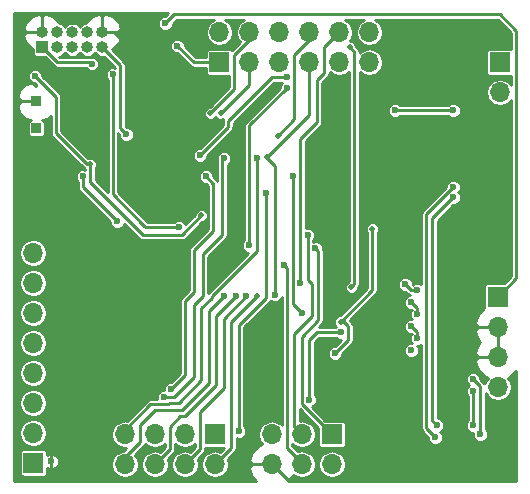
<source format=gbr>
G04 #@! TF.FileFunction,Copper,L2,Bot,Signal*
%FSLAX46Y46*%
G04 Gerber Fmt 4.6, Leading zero omitted, Abs format (unit mm)*
G04 Created by KiCad (PCBNEW 4.0.6) date 11/09/17 14:44:06*
%MOMM*%
%LPD*%
G01*
G04 APERTURE LIST*
%ADD10C,0.100000*%
%ADD11R,1.700000X1.700000*%
%ADD12O,1.700000X1.700000*%
%ADD13R,0.850000X0.850000*%
%ADD14R,1.000000X1.000000*%
%ADD15O,1.000000X1.000000*%
%ADD16C,0.600000*%
%ADD17C,0.482600*%
%ADD18C,0.250000*%
%ADD19C,0.254000*%
%ADD20C,0.226060*%
G04 APERTURE END LIST*
D10*
D11*
X145669000Y-98552000D03*
D12*
X145669000Y-101092000D03*
X143129000Y-98552000D03*
X143129000Y-101092000D03*
X140589000Y-98552000D03*
X140589000Y-101092000D03*
D11*
X159893000Y-67056000D03*
D12*
X159893000Y-69596000D03*
D11*
X120396000Y-100965000D03*
D12*
X120396000Y-98425000D03*
X120396000Y-95885000D03*
X120396000Y-93345000D03*
X120396000Y-90805000D03*
X120396000Y-88265000D03*
X120396000Y-85725000D03*
X120396000Y-83185000D03*
D11*
X136144000Y-67056000D03*
D12*
X136144000Y-64516000D03*
X138684000Y-67056000D03*
X138684000Y-64516000D03*
X141224000Y-67056000D03*
X141224000Y-64516000D03*
X143764000Y-67056000D03*
X143764000Y-64516000D03*
X146304000Y-67056000D03*
X146304000Y-64516000D03*
X148844000Y-67056000D03*
X148844000Y-64516000D03*
D11*
X159715200Y-86908640D03*
D12*
X159715200Y-89448640D03*
X159715200Y-91988640D03*
X159715200Y-94528640D03*
D11*
X135763000Y-98552000D03*
D12*
X135763000Y-101092000D03*
X133223000Y-98552000D03*
X133223000Y-101092000D03*
X130683000Y-98552000D03*
X130683000Y-101092000D03*
X128143000Y-98552000D03*
X128143000Y-101092000D03*
D13*
X120650000Y-72644000D03*
X120650000Y-70358000D03*
D14*
X121158000Y-65786000D03*
D15*
X121158000Y-64516000D03*
X122428000Y-65786000D03*
X122428000Y-64516000D03*
X123698000Y-65786000D03*
X123698000Y-64516000D03*
X124968000Y-65786000D03*
X124968000Y-64516000D03*
X126238000Y-65786000D03*
X126238000Y-64516000D03*
D16*
X121920000Y-100838000D03*
X152400000Y-91440000D03*
X152908000Y-90424000D03*
X152400000Y-89408000D03*
X152908000Y-88392000D03*
X152400000Y-87376000D03*
X152908000Y-86360000D03*
X151892000Y-85852000D03*
X131064000Y-86868000D03*
X130048000Y-86868000D03*
X131064000Y-85344000D03*
X130048000Y-85344000D03*
X129032000Y-85344000D03*
X128016000Y-85344000D03*
X127000000Y-86868000D03*
X128016000Y-86868000D03*
X129032000Y-86868000D03*
X129032000Y-88392000D03*
X124968000Y-88392000D03*
X125984000Y-88392000D03*
X127000000Y-88392000D03*
X128016000Y-88392000D03*
X128016000Y-89916000D03*
X123952000Y-89916000D03*
X124968000Y-89916000D03*
X125984000Y-89916000D03*
X127000000Y-89916000D03*
X127000000Y-91440000D03*
X125984000Y-91440000D03*
X124968000Y-91440000D03*
X123952000Y-91440000D03*
X122936000Y-91440000D03*
X121920000Y-91440000D03*
X127889000Y-65151000D03*
X124968000Y-98298000D03*
X126238000Y-98298000D03*
X126238000Y-96774000D03*
X126238000Y-99568000D03*
X124968000Y-99568000D03*
X123444000Y-99568000D03*
X121920000Y-96774000D03*
X122936000Y-96774000D03*
X121920000Y-97790000D03*
X121920000Y-95250000D03*
X122936000Y-95250000D03*
X123952000Y-95250000D03*
X124968000Y-94234000D03*
X123952000Y-94234000D03*
X122936000Y-94234000D03*
X121920000Y-94234000D03*
X124968000Y-100838000D03*
X126238000Y-100838000D03*
X126238000Y-102108000D03*
X124968000Y-102108000D03*
X123444000Y-102108000D03*
X121920000Y-102108000D03*
X124968000Y-92710000D03*
X123952000Y-92710000D03*
X122936000Y-92710000D03*
X121920000Y-92710000D03*
X122428000Y-86614000D03*
X123444000Y-86614000D03*
X122428000Y-87630000D03*
X122428000Y-85090000D03*
X123444000Y-85090000D03*
X124460000Y-85090000D03*
X125476000Y-84074000D03*
X124460000Y-84074000D03*
X123444000Y-84074000D03*
X122428000Y-84074000D03*
X121920000Y-89154000D03*
X157988000Y-84582000D03*
X157988000Y-83566000D03*
X157988000Y-85598000D03*
X159004000Y-83566000D03*
X160020000Y-83566000D03*
X121412000Y-81788000D03*
X120396000Y-81788000D03*
X119380000Y-81788000D03*
X119380000Y-80772000D03*
X120396000Y-80772000D03*
X121412000Y-80772000D03*
X126492000Y-81788000D03*
X126492000Y-80772000D03*
X125476000Y-80772000D03*
X124460000Y-80772000D03*
X123444000Y-80772000D03*
X122428000Y-80772000D03*
X122428000Y-81788000D03*
X123444000Y-81788000D03*
X124460000Y-81788000D03*
X125476000Y-81788000D03*
X122047000Y-77978000D03*
X123952000Y-75946000D03*
X123698000Y-72136000D03*
X123698000Y-73152000D03*
X123698000Y-70993000D03*
X157353000Y-92329000D03*
X148336000Y-76708000D03*
X148844000Y-75184000D03*
X149860000Y-74168000D03*
X150876000Y-73152000D03*
X149352000Y-73152000D03*
X151384000Y-93980000D03*
X151384000Y-95504000D03*
X151384000Y-97028000D03*
X151384000Y-98552000D03*
X151384000Y-100076000D03*
X150368000Y-96520000D03*
X150368000Y-98044000D03*
X150368000Y-99568000D03*
D17*
X149733000Y-79248000D03*
D16*
X152400000Y-74676000D03*
X153416000Y-74676000D03*
X153924000Y-75692000D03*
X152908000Y-75692000D03*
X151892000Y-75692000D03*
X150876000Y-79248000D03*
X138176000Y-101092000D03*
X140208000Y-96520000D03*
X140208000Y-94996000D03*
X140208000Y-93472000D03*
X140208000Y-91948000D03*
X140208000Y-90424000D03*
X140208000Y-88900000D03*
X139192000Y-89916000D03*
X139192000Y-96012000D03*
X139192000Y-94488000D03*
X139192000Y-92964000D03*
X139192000Y-91440000D03*
X146643000Y-96139000D03*
X155067000Y-96774000D03*
X155194000Y-94996000D03*
X146643000Y-93768000D03*
D17*
X152146000Y-69723000D03*
X149479000Y-87757000D03*
D16*
X132715000Y-81026000D03*
X127127000Y-68072000D03*
X143764000Y-95631000D03*
X146431000Y-89916000D03*
X120523000Y-68199000D03*
X145923000Y-91694000D03*
D17*
X146431000Y-89027000D03*
X149098000Y-81153000D03*
X125222000Y-75692000D03*
X134620000Y-80010000D03*
D16*
X155956000Y-78486000D03*
X154559000Y-97790000D03*
X155956000Y-77597000D03*
X154432000Y-98806000D03*
X158242000Y-98552000D03*
X157607000Y-93853000D03*
X157607000Y-94869000D03*
X157607000Y-97790000D03*
X155956000Y-71120000D03*
X151003000Y-71120000D03*
X125349000Y-67183000D03*
X128270000Y-73152000D03*
X136525000Y-86868000D03*
X137541000Y-86868000D03*
X138430000Y-86868000D03*
D17*
X139319000Y-86868000D03*
D16*
X135001000Y-76708000D03*
X132080000Y-94691200D03*
X139319000Y-75184000D03*
X137795000Y-98298000D03*
X140081000Y-78105000D03*
X131445000Y-95377000D03*
X136525000Y-75184000D03*
X144272000Y-82804000D03*
X143637000Y-81661000D03*
X141605000Y-84201000D03*
X138684000Y-82550000D03*
X141859000Y-69215000D03*
X143002000Y-85725000D03*
X142367000Y-76708000D03*
X143129000Y-88265000D03*
D17*
X147320000Y-86106000D03*
X147193000Y-65786000D03*
D16*
X140843000Y-86741000D03*
D17*
X140208000Y-75057000D03*
X141097000Y-73279000D03*
D16*
X132588000Y-65659000D03*
D17*
X136271000Y-71374000D03*
X135382000Y-71374000D03*
D16*
X131572000Y-63754000D03*
X134493000Y-74930000D03*
X141859000Y-68326000D03*
X127508000Y-80518000D03*
X124587000Y-76708000D03*
D18*
X152908000Y-89916000D02*
X152908000Y-90424000D01*
X152400000Y-89408000D02*
X152908000Y-89916000D01*
X152908000Y-87884000D02*
X152908000Y-88392000D01*
X152400000Y-87376000D02*
X152908000Y-87884000D01*
X152400000Y-86360000D02*
X152908000Y-86360000D01*
X151892000Y-85852000D02*
X152400000Y-86360000D01*
X129032000Y-86868000D02*
X130048000Y-86868000D01*
X128016000Y-86868000D02*
X128016000Y-85344000D01*
X129032000Y-85344000D02*
X130048000Y-85344000D01*
X128016000Y-88392000D02*
X129032000Y-88392000D01*
X129032000Y-86868000D02*
X128016000Y-86868000D01*
X127000000Y-88392000D02*
X125984000Y-88392000D01*
X128016000Y-89916000D02*
X128016000Y-88392000D01*
X124968000Y-89916000D02*
X123952000Y-89916000D01*
X127000000Y-89916000D02*
X125984000Y-89916000D01*
X125984000Y-91440000D02*
X127000000Y-91440000D01*
X123952000Y-91440000D02*
X124968000Y-91440000D01*
X121920000Y-91440000D02*
X122936000Y-91440000D01*
X126238000Y-64516000D02*
X127254000Y-64516000D01*
X127254000Y-64516000D02*
X127889000Y-65151000D01*
X126238000Y-96774000D02*
X128524000Y-94488000D01*
X124968000Y-98298000D02*
X126238000Y-98298000D01*
X123444000Y-100838000D02*
X123444000Y-99568000D01*
X124968000Y-99568000D02*
X126238000Y-99568000D01*
X121920000Y-97790000D02*
X121920000Y-102108000D01*
X122936000Y-96774000D02*
X121920000Y-97790000D01*
X121920000Y-92710000D02*
X121920000Y-94234000D01*
X122936000Y-95250000D02*
X121920000Y-95250000D01*
X124968000Y-94234000D02*
X123952000Y-95250000D01*
X122936000Y-94234000D02*
X123952000Y-94234000D01*
X121920000Y-95250000D02*
X121920000Y-96774000D01*
X124968000Y-100838000D02*
X123444000Y-100838000D01*
X126238000Y-102108000D02*
X126238000Y-100838000D01*
X123444000Y-102108000D02*
X124968000Y-102108000D01*
X121920000Y-91694000D02*
X121920000Y-92710000D01*
X122936000Y-92710000D02*
X123952000Y-92710000D01*
X122428000Y-87630000D02*
X122428000Y-88646000D01*
X123444000Y-86614000D02*
X122428000Y-87630000D01*
X122428000Y-81788000D02*
X122428000Y-84074000D01*
X123444000Y-85090000D02*
X122428000Y-85090000D01*
X125476000Y-84074000D02*
X124460000Y-85090000D01*
X123444000Y-84074000D02*
X124460000Y-84074000D01*
X122428000Y-85090000D02*
X122428000Y-86614000D01*
X122428000Y-88646000D02*
X121920000Y-89154000D01*
X121920000Y-89154000D02*
X121920000Y-91694000D01*
X157988000Y-84582000D02*
X157988000Y-83566000D01*
X160020000Y-83566000D02*
X159004000Y-83566000D01*
X120396000Y-81788000D02*
X121412000Y-81788000D01*
X119380000Y-80772000D02*
X119380000Y-81788000D01*
X121412000Y-80772000D02*
X120396000Y-80772000D01*
X126492000Y-81788000D02*
X125476000Y-81788000D01*
X125476000Y-80772000D02*
X126492000Y-80772000D01*
X123444000Y-80772000D02*
X124460000Y-80772000D01*
X122428000Y-81788000D02*
X122428000Y-80772000D01*
X124460000Y-81788000D02*
X123444000Y-81788000D01*
X122301000Y-76073000D02*
X122301000Y-77724000D01*
X122301000Y-77724000D02*
X122047000Y-77978000D01*
X123698000Y-72136000D02*
X123698000Y-73152000D01*
X149860000Y-74168000D02*
X148844000Y-75184000D01*
X149352000Y-73152000D02*
X150876000Y-73152000D01*
X151384000Y-100076000D02*
X150876000Y-100076000D01*
X151384000Y-93980000D02*
X151384000Y-95504000D01*
X151384000Y-97028000D02*
X151384000Y-98552000D01*
X150368000Y-98044000D02*
X150368000Y-96520000D01*
X150876000Y-100076000D02*
X150368000Y-99568000D01*
X153416000Y-74676000D02*
X152400000Y-74676000D01*
X152908000Y-75692000D02*
X153924000Y-75692000D01*
X151384000Y-75692000D02*
X151892000Y-75692000D01*
X150876000Y-76200000D02*
X151384000Y-75692000D01*
X150876000Y-79248000D02*
X150876000Y-76200000D01*
X140589000Y-101092000D02*
X138176000Y-101092000D01*
X140208000Y-96520000D02*
X140208000Y-94996000D01*
X140208000Y-93472000D02*
X140208000Y-91948000D01*
X140208000Y-90424000D02*
X140208000Y-88900000D01*
X139192000Y-89916000D02*
X139192000Y-91440000D01*
X139192000Y-92964000D02*
X139192000Y-94488000D01*
X139192000Y-89916000D02*
X139192000Y-89408000D01*
X146643000Y-93768000D02*
X146643000Y-96139000D01*
X146643000Y-96139000D02*
X146643000Y-96478000D01*
X141859000Y-102362000D02*
X140589000Y-101092000D01*
X146431000Y-102362000D02*
X141859000Y-102362000D01*
X147320000Y-101473000D02*
X146431000Y-102362000D01*
X147320000Y-97155000D02*
X147320000Y-101473000D01*
X146643000Y-96478000D02*
X147320000Y-97155000D01*
X146643000Y-93768000D02*
X146685000Y-93726000D01*
D19*
X152146000Y-69723000D02*
X152146000Y-67818000D01*
D18*
X129921000Y-81026000D02*
X132715000Y-81026000D01*
X129794000Y-80899000D02*
X129921000Y-81026000D01*
X127127000Y-78232000D02*
X129794000Y-80899000D01*
X127127000Y-77089000D02*
X127127000Y-78232000D01*
X127127000Y-68072000D02*
X127127000Y-77089000D01*
X143764000Y-90551000D02*
X143764000Y-95631000D01*
X144399000Y-89916000D02*
X143764000Y-90551000D01*
X144653000Y-89916000D02*
X144399000Y-89916000D01*
X144907000Y-89916000D02*
X144653000Y-89916000D01*
X146431000Y-89916000D02*
X144907000Y-89916000D01*
X124968000Y-75692000D02*
X125222000Y-75692000D01*
X122301000Y-73025000D02*
X124968000Y-75692000D01*
X122301000Y-69977000D02*
X122301000Y-73025000D01*
X120523000Y-68199000D02*
X122301000Y-69977000D01*
D19*
X146685000Y-89027000D02*
X146431000Y-89027000D01*
X147066000Y-89408000D02*
X146685000Y-89027000D01*
X147066000Y-90551000D02*
X147066000Y-89408000D01*
X146812000Y-90805000D02*
X147066000Y-90551000D01*
X146431000Y-91186000D02*
X146812000Y-90805000D01*
X145923000Y-91694000D02*
X146431000Y-91186000D01*
X146431000Y-89027000D02*
X149098000Y-86360000D01*
X149098000Y-86360000D02*
X149098000Y-81153000D01*
X125222000Y-77216000D02*
X125222000Y-75692000D01*
X129667000Y-81661000D02*
X125222000Y-77216000D01*
X132969000Y-81661000D02*
X129667000Y-81661000D01*
X134620000Y-80010000D02*
X132969000Y-81661000D01*
D18*
X154178000Y-80264000D02*
X155956000Y-78486000D01*
X154178000Y-97409000D02*
X154178000Y-80264000D01*
X154559000Y-97790000D02*
X154178000Y-97409000D01*
X153670000Y-79883000D02*
X155956000Y-77597000D01*
X153670000Y-98044000D02*
X153670000Y-79883000D01*
X154432000Y-98806000D02*
X153670000Y-98044000D01*
X158242000Y-94488000D02*
X158242000Y-98552000D01*
X157607000Y-93853000D02*
X158242000Y-94488000D01*
X157607000Y-97790000D02*
X157607000Y-94869000D01*
X151003000Y-71120000D02*
X155956000Y-71120000D01*
X122428000Y-67056000D02*
X121158000Y-65786000D01*
X125222000Y-67056000D02*
X122428000Y-67056000D01*
X125349000Y-67183000D02*
X125222000Y-67056000D01*
X127762000Y-67310000D02*
X126238000Y-65786000D01*
X127762000Y-72644000D02*
X127762000Y-67310000D01*
X128270000Y-73152000D02*
X127762000Y-72644000D01*
X129413000Y-99187000D02*
X128143000Y-100457000D01*
X129413000Y-97790000D02*
X129413000Y-99187000D01*
X130683000Y-96520000D02*
X129413000Y-97790000D01*
X132969000Y-96520000D02*
X130683000Y-96520000D01*
X135255000Y-94234000D02*
X132969000Y-96520000D01*
X135255000Y-88138000D02*
X135255000Y-94234000D01*
X136525000Y-86868000D02*
X135255000Y-88138000D01*
X128143000Y-100457000D02*
X128143000Y-101092000D01*
D19*
X128143000Y-101092000D02*
X128143000Y-100330000D01*
D18*
X131953000Y-99822000D02*
X130683000Y-101092000D01*
X131953000Y-97917000D02*
X131953000Y-99822000D01*
X132842000Y-97028000D02*
X131953000Y-97917000D01*
X133223000Y-97028000D02*
X132842000Y-97028000D01*
X135890000Y-94361000D02*
X133223000Y-97028000D01*
X135890000Y-88519000D02*
X135890000Y-94361000D01*
X137541000Y-86868000D02*
X135890000Y-88519000D01*
D19*
X130683000Y-101092000D02*
X130683000Y-100711000D01*
D18*
X134493000Y-99822000D02*
X133223000Y-101092000D01*
X134493000Y-96647000D02*
X134493000Y-99822000D01*
X136525000Y-94615000D02*
X134493000Y-96647000D01*
X136525000Y-88773000D02*
X136525000Y-94615000D01*
X138430000Y-86868000D02*
X136525000Y-88773000D01*
D19*
X133223000Y-101092000D02*
X133223000Y-100711000D01*
X135763000Y-101092000D02*
X137160000Y-99695000D01*
X137160000Y-89027000D02*
X139319000Y-86868000D01*
X137160000Y-99695000D02*
X137160000Y-89027000D01*
D18*
X135636000Y-77343000D02*
X135001000Y-76708000D01*
X135636000Y-81305400D02*
X135636000Y-77343000D01*
X134010400Y-82931000D02*
X135636000Y-81305400D01*
X134010400Y-86487000D02*
X134010400Y-82931000D01*
X133248400Y-87249000D02*
X134010400Y-86487000D01*
X133248400Y-93522800D02*
X133248400Y-87249000D01*
X132080000Y-94691200D02*
X133248400Y-93522800D01*
D19*
X130302000Y-96012000D02*
X128143000Y-98171000D01*
X131826000Y-96012000D02*
X130302000Y-96012000D01*
X131953000Y-95885000D02*
X131826000Y-96012000D01*
X132715000Y-95885000D02*
X131953000Y-95885000D01*
X134620000Y-93980000D02*
X132715000Y-95885000D01*
X134620000Y-87884000D02*
X134620000Y-93980000D01*
X135509000Y-86995000D02*
X134620000Y-87884000D01*
X135509000Y-86868000D02*
X135509000Y-86995000D01*
X137795000Y-84582000D02*
X135509000Y-86868000D01*
X139319000Y-83058000D02*
X137795000Y-84582000D01*
X139319000Y-75184000D02*
X139319000Y-83058000D01*
X128143000Y-98171000D02*
X128143000Y-98552000D01*
D18*
X128143000Y-98171000D02*
X128143000Y-98552000D01*
X128143000Y-98298000D02*
X128143000Y-98552000D01*
X137795000Y-89281000D02*
X137795000Y-98298000D01*
X140081000Y-86995000D02*
X137795000Y-89281000D01*
X140081000Y-78105000D02*
X140081000Y-86995000D01*
X132334000Y-95377000D02*
X131445000Y-95377000D01*
X133985000Y-93726000D02*
X132334000Y-95377000D01*
X133985000Y-87630000D02*
X133985000Y-93726000D01*
X134747000Y-86868000D02*
X133985000Y-87630000D01*
X134747000Y-83312000D02*
X134747000Y-86868000D01*
X136398000Y-81661000D02*
X134747000Y-83312000D01*
X136398000Y-75311000D02*
X136398000Y-81661000D01*
X136525000Y-75184000D02*
X136398000Y-75311000D01*
D19*
X130683000Y-98552000D02*
X130683000Y-98933000D01*
D18*
X143129000Y-96012000D02*
X145669000Y-98552000D01*
X143129000Y-90297000D02*
X143129000Y-96012000D01*
X144526000Y-88900000D02*
X143129000Y-90297000D01*
X144526000Y-83058000D02*
X144526000Y-88900000D01*
X144272000Y-82804000D02*
X144526000Y-83058000D01*
X142494000Y-97917000D02*
X143129000Y-98552000D01*
X142494000Y-90043000D02*
X142494000Y-97917000D01*
X144018000Y-88519000D02*
X142494000Y-90043000D01*
X144018000Y-85852000D02*
X144018000Y-88519000D01*
X143637000Y-85471000D02*
X144018000Y-85852000D01*
X143637000Y-81661000D02*
X143637000Y-85471000D01*
X143129000Y-101092000D02*
X143129000Y-100965000D01*
X143129000Y-100965000D02*
X141859000Y-99695000D01*
X141859000Y-99695000D02*
X141859000Y-84455000D01*
X141859000Y-84455000D02*
X141605000Y-84201000D01*
D19*
X138684000Y-72390000D02*
X138684000Y-82550000D01*
X141859000Y-69215000D02*
X138684000Y-72390000D01*
X145034000Y-65786000D02*
X146304000Y-64516000D01*
X145034000Y-67945000D02*
X145034000Y-65786000D01*
X144399000Y-68580000D02*
X145034000Y-67945000D01*
X144399000Y-72136000D02*
X144399000Y-68580000D01*
X143002000Y-73533000D02*
X144399000Y-72136000D01*
X143002000Y-74803000D02*
X143002000Y-73533000D01*
X143002000Y-85725000D02*
X143002000Y-74803000D01*
D18*
X142367000Y-87503000D02*
X142367000Y-76708000D01*
X143129000Y-88265000D02*
X142367000Y-87503000D01*
D19*
X147320000Y-86106000D02*
X147574000Y-85852000D01*
X147574000Y-85852000D02*
X147574000Y-66167000D01*
X147574000Y-66167000D02*
X147193000Y-65786000D01*
D18*
X140208000Y-75184000D02*
X140208000Y-75057000D01*
X140843000Y-75819000D02*
X140208000Y-75184000D01*
X140843000Y-77216000D02*
X140843000Y-75819000D01*
X140843000Y-86741000D02*
X140843000Y-77216000D01*
D19*
X143764000Y-67056000D02*
X143764000Y-71501000D01*
X143764000Y-71501000D02*
X140208000Y-75057000D01*
X143764000Y-64516000D02*
X143764000Y-65151000D01*
X143764000Y-65151000D02*
X142494000Y-66421000D01*
X142494000Y-66421000D02*
X142494000Y-71882000D01*
X142494000Y-71882000D02*
X141097000Y-73279000D01*
D18*
X136144000Y-67056000D02*
X133985000Y-67056000D01*
X133985000Y-67056000D02*
X132588000Y-65659000D01*
D19*
X136144000Y-67056000D02*
X136144000Y-67691000D01*
X138684000Y-67056000D02*
X138684000Y-68961000D01*
X138684000Y-68961000D02*
X136271000Y-71374000D01*
X138684000Y-64516000D02*
X138684000Y-65151000D01*
X138684000Y-65151000D02*
X137414000Y-66421000D01*
X137414000Y-66421000D02*
X137414000Y-69342000D01*
X137414000Y-69342000D02*
X135382000Y-71374000D01*
D18*
X161290000Y-85333840D02*
X159715200Y-86908640D01*
X161290000Y-64389000D02*
X161290000Y-85333840D01*
X159893000Y-62992000D02*
X161290000Y-64389000D01*
X132334000Y-62992000D02*
X159893000Y-62992000D01*
X131572000Y-63754000D02*
X132334000Y-62992000D01*
X159979360Y-86908640D02*
X159715200Y-86908640D01*
D19*
X136906000Y-72517000D02*
X134493000Y-74930000D01*
X136906000Y-72009000D02*
X136906000Y-72517000D01*
X140589000Y-68326000D02*
X136906000Y-72009000D01*
X141859000Y-68326000D02*
X140589000Y-68326000D01*
D18*
X124587000Y-77597000D02*
X127508000Y-80518000D01*
X124587000Y-76708000D02*
X124587000Y-77597000D01*
D20*
G36*
X148021614Y-63670829D02*
X147769500Y-64048143D01*
X147680970Y-64493215D01*
X147680970Y-64538785D01*
X147769500Y-64983857D01*
X148021614Y-65361171D01*
X148398928Y-65613285D01*
X148844000Y-65701815D01*
X149289072Y-65613285D01*
X149666386Y-65361171D01*
X149918500Y-64983857D01*
X150007030Y-64538785D01*
X150007030Y-64493215D01*
X149918500Y-64048143D01*
X149666386Y-63670829D01*
X149306006Y-63430030D01*
X159711562Y-63430030D01*
X160851970Y-64570438D01*
X160851970Y-65908905D01*
X160743000Y-65886838D01*
X159043000Y-65886838D01*
X158926998Y-65908665D01*
X158820458Y-65977222D01*
X158748983Y-66081828D01*
X158723838Y-66206000D01*
X158723838Y-67906000D01*
X158745665Y-68022002D01*
X158814222Y-68128542D01*
X158918828Y-68200017D01*
X159043000Y-68225162D01*
X160743000Y-68225162D01*
X160851970Y-68204658D01*
X160851970Y-68943926D01*
X160738171Y-68773614D01*
X160360857Y-68521500D01*
X159915785Y-68432970D01*
X159870215Y-68432970D01*
X159425143Y-68521500D01*
X159047829Y-68773614D01*
X158795715Y-69150928D01*
X158707185Y-69596000D01*
X158795715Y-70041072D01*
X159047829Y-70418386D01*
X159425143Y-70670500D01*
X159870215Y-70759030D01*
X159915785Y-70759030D01*
X160360857Y-70670500D01*
X160738171Y-70418386D01*
X160851970Y-70248074D01*
X160851970Y-85152402D01*
X160264894Y-85739478D01*
X158865200Y-85739478D01*
X158749198Y-85761305D01*
X158642658Y-85829862D01*
X158571183Y-85934468D01*
X158546038Y-86058640D01*
X158546038Y-87758640D01*
X158566442Y-87867081D01*
X158113385Y-88286423D01*
X157790555Y-88987880D01*
X157760734Y-89137797D01*
X158018427Y-89447370D01*
X159713930Y-89447370D01*
X159713930Y-89427370D01*
X159716470Y-89427370D01*
X159716470Y-89447370D01*
X159736470Y-89447370D01*
X159736470Y-89449910D01*
X159716470Y-89449910D01*
X159716470Y-91987370D01*
X159736470Y-91987370D01*
X159736470Y-91989910D01*
X159716470Y-91989910D01*
X159716470Y-92009910D01*
X159713930Y-92009910D01*
X159713930Y-91989910D01*
X158018427Y-91989910D01*
X157760734Y-92299483D01*
X157790555Y-92449400D01*
X158113385Y-93150857D01*
X158680077Y-93675377D01*
X158848950Y-93737801D01*
X158617915Y-94083568D01*
X158588218Y-94232867D01*
X158551734Y-94178266D01*
X158220036Y-93846568D01*
X158220136Y-93731596D01*
X158127005Y-93506200D01*
X157954707Y-93333601D01*
X157729474Y-93240077D01*
X157485596Y-93239864D01*
X157260200Y-93332995D01*
X157087601Y-93505293D01*
X156994077Y-93730526D01*
X156993864Y-93974404D01*
X157086995Y-94199800D01*
X157248044Y-94361130D01*
X157087601Y-94521293D01*
X156994077Y-94746526D01*
X156993864Y-94990404D01*
X157086995Y-95215800D01*
X157168970Y-95297918D01*
X157168970Y-97361066D01*
X157087601Y-97442293D01*
X156994077Y-97667526D01*
X156993864Y-97911404D01*
X157086995Y-98136800D01*
X157259293Y-98309399D01*
X157484526Y-98402923D01*
X157640067Y-98403059D01*
X157629077Y-98429526D01*
X157628864Y-98673404D01*
X157721995Y-98898800D01*
X157894293Y-99071399D01*
X158119526Y-99164923D01*
X158363404Y-99165136D01*
X158588800Y-99072005D01*
X158761399Y-98899707D01*
X158854923Y-98674474D01*
X158855136Y-98430596D01*
X158762005Y-98205200D01*
X158680030Y-98123082D01*
X158680030Y-95066673D01*
X158870029Y-95351026D01*
X159247343Y-95603140D01*
X159692415Y-95691670D01*
X159737985Y-95691670D01*
X160183057Y-95603140D01*
X160560371Y-95351026D01*
X160812485Y-94973712D01*
X160901015Y-94528640D01*
X160812485Y-94083568D01*
X160581450Y-93737801D01*
X160750323Y-93675377D01*
X161282970Y-93182368D01*
X161282970Y-102481970D01*
X141947297Y-102481970D01*
X142275737Y-102127123D01*
X142338161Y-101958250D01*
X142683928Y-102189285D01*
X143129000Y-102277815D01*
X143574072Y-102189285D01*
X143951386Y-101937171D01*
X144203500Y-101559857D01*
X144292030Y-101114785D01*
X144292030Y-101069215D01*
X144505970Y-101069215D01*
X144505970Y-101114785D01*
X144594500Y-101559857D01*
X144846614Y-101937171D01*
X145223928Y-102189285D01*
X145669000Y-102277815D01*
X146114072Y-102189285D01*
X146491386Y-101937171D01*
X146743500Y-101559857D01*
X146832030Y-101114785D01*
X146832030Y-101069215D01*
X146743500Y-100624143D01*
X146491386Y-100246829D01*
X146114072Y-99994715D01*
X145669000Y-99906185D01*
X145223928Y-99994715D01*
X144846614Y-100246829D01*
X144594500Y-100624143D01*
X144505970Y-101069215D01*
X144292030Y-101069215D01*
X144203500Y-100624143D01*
X143951386Y-100246829D01*
X143574072Y-99994715D01*
X143129000Y-99906185D01*
X142762545Y-99979077D01*
X142297030Y-99513562D01*
X142297030Y-99382828D01*
X142306614Y-99397171D01*
X142683928Y-99649285D01*
X143129000Y-99737815D01*
X143574072Y-99649285D01*
X143951386Y-99397171D01*
X144203500Y-99019857D01*
X144292030Y-98574785D01*
X144292030Y-98529215D01*
X144203500Y-98084143D01*
X143951386Y-97706829D01*
X143574072Y-97454715D01*
X143129000Y-97366185D01*
X142932030Y-97405365D01*
X142932030Y-96434498D01*
X144499838Y-98002306D01*
X144499838Y-99402000D01*
X144521665Y-99518002D01*
X144590222Y-99624542D01*
X144694828Y-99696017D01*
X144819000Y-99721162D01*
X146519000Y-99721162D01*
X146635002Y-99699335D01*
X146741542Y-99630778D01*
X146813017Y-99526172D01*
X146838162Y-99402000D01*
X146838162Y-97702000D01*
X146816335Y-97585998D01*
X146747778Y-97479458D01*
X146643172Y-97407983D01*
X146519000Y-97382838D01*
X145119306Y-97382838D01*
X143952769Y-96216301D01*
X144110800Y-96151005D01*
X144283399Y-95978707D01*
X144376923Y-95753474D01*
X144377136Y-95509596D01*
X144284005Y-95284200D01*
X144202030Y-95202082D01*
X144202030Y-90732438D01*
X144580438Y-90354030D01*
X146002066Y-90354030D01*
X146083293Y-90435399D01*
X146308526Y-90528923D01*
X146465644Y-90529060D01*
X146119854Y-90874850D01*
X146119851Y-90874852D01*
X145913741Y-91080962D01*
X145801596Y-91080864D01*
X145576200Y-91173995D01*
X145403601Y-91346293D01*
X145310077Y-91571526D01*
X145309864Y-91815404D01*
X145402995Y-92040800D01*
X145575293Y-92213399D01*
X145800526Y-92306923D01*
X146044404Y-92307136D01*
X146269800Y-92214005D01*
X146442399Y-92041707D01*
X146535923Y-91816474D01*
X146536022Y-91703275D01*
X146742148Y-91497149D01*
X146742150Y-91497146D01*
X147377148Y-90862148D01*
X147472535Y-90719393D01*
X147506030Y-90551000D01*
X147506030Y-89408000D01*
X147472535Y-89239608D01*
X147472535Y-89239607D01*
X147377148Y-89096852D01*
X147180296Y-88900000D01*
X149409149Y-86671148D01*
X149504535Y-86528392D01*
X149538030Y-86360000D01*
X149538030Y-85973404D01*
X151278864Y-85973404D01*
X151371995Y-86198800D01*
X151544293Y-86371399D01*
X151769526Y-86464923D01*
X151885556Y-86465024D01*
X152090266Y-86669734D01*
X152232373Y-86764687D01*
X152260597Y-86770301D01*
X152053200Y-86855995D01*
X151880601Y-87028293D01*
X151787077Y-87253526D01*
X151786864Y-87497404D01*
X151879995Y-87722800D01*
X152052293Y-87895399D01*
X152277526Y-87988923D01*
X152393556Y-87989024D01*
X152418739Y-88014207D01*
X152388601Y-88044293D01*
X152295077Y-88269526D01*
X152294864Y-88513404D01*
X152387995Y-88738800D01*
X152444106Y-88795009D01*
X152278596Y-88794864D01*
X152053200Y-88887995D01*
X151880601Y-89060293D01*
X151787077Y-89285526D01*
X151786864Y-89529404D01*
X151879995Y-89754800D01*
X152052293Y-89927399D01*
X152277526Y-90020923D01*
X152393556Y-90021024D01*
X152418739Y-90046207D01*
X152388601Y-90076293D01*
X152295077Y-90301526D01*
X152294864Y-90545404D01*
X152387995Y-90770800D01*
X152444106Y-90827009D01*
X152278596Y-90826864D01*
X152053200Y-90919995D01*
X151880601Y-91092293D01*
X151787077Y-91317526D01*
X151786864Y-91561404D01*
X151879995Y-91786800D01*
X152052293Y-91959399D01*
X152277526Y-92052923D01*
X152521404Y-92053136D01*
X152746800Y-91960005D01*
X152919399Y-91787707D01*
X153012923Y-91562474D01*
X153013136Y-91318596D01*
X152920005Y-91093200D01*
X152863894Y-91036991D01*
X153029404Y-91037136D01*
X153231970Y-90953438D01*
X153231970Y-98044000D01*
X153265313Y-98211627D01*
X153360266Y-98353734D01*
X153818964Y-98812432D01*
X153818864Y-98927404D01*
X153911995Y-99152800D01*
X154084293Y-99325399D01*
X154309526Y-99418923D01*
X154553404Y-99419136D01*
X154778800Y-99326005D01*
X154951399Y-99153707D01*
X155044923Y-98928474D01*
X155045136Y-98684596D01*
X154952005Y-98459200D01*
X154833069Y-98340056D01*
X154905800Y-98310005D01*
X155078399Y-98137707D01*
X155171923Y-97912474D01*
X155172136Y-97668596D01*
X155079005Y-97443200D01*
X154906707Y-97270601D01*
X154681474Y-97177077D01*
X154616030Y-97177020D01*
X154616030Y-89759483D01*
X157760734Y-89759483D01*
X157790555Y-89909400D01*
X158113385Y-90610857D01*
X158229834Y-90718640D01*
X158113385Y-90826423D01*
X157790555Y-91527880D01*
X157760734Y-91677797D01*
X158018427Y-91987370D01*
X159713930Y-91987370D01*
X159713930Y-89449910D01*
X158018427Y-89449910D01*
X157760734Y-89759483D01*
X154616030Y-89759483D01*
X154616030Y-80445438D01*
X155962432Y-79099036D01*
X156077404Y-79099136D01*
X156302800Y-79006005D01*
X156475399Y-78833707D01*
X156568923Y-78608474D01*
X156569136Y-78364596D01*
X156476005Y-78139200D01*
X156378456Y-78041481D01*
X156475399Y-77944707D01*
X156568923Y-77719474D01*
X156569136Y-77475596D01*
X156476005Y-77250200D01*
X156303707Y-77077601D01*
X156078474Y-76984077D01*
X155834596Y-76983864D01*
X155609200Y-77076995D01*
X155436601Y-77249293D01*
X155343077Y-77474526D01*
X155342976Y-77590556D01*
X153360266Y-79573266D01*
X153265313Y-79715373D01*
X153231970Y-79883000D01*
X153231970Y-85830745D01*
X153030474Y-85747077D01*
X152786596Y-85746864D01*
X152561200Y-85839995D01*
X152530305Y-85870837D01*
X152505036Y-85845568D01*
X152505136Y-85730596D01*
X152412005Y-85505200D01*
X152239707Y-85332601D01*
X152014474Y-85239077D01*
X151770596Y-85238864D01*
X151545200Y-85331995D01*
X151372601Y-85504293D01*
X151279077Y-85729526D01*
X151278864Y-85973404D01*
X149538030Y-85973404D01*
X149538030Y-81496995D01*
X149567664Y-81467413D01*
X149652234Y-81263747D01*
X149652426Y-81043221D01*
X149568212Y-80839407D01*
X149412413Y-80683336D01*
X149208747Y-80598766D01*
X148988221Y-80598574D01*
X148784407Y-80682788D01*
X148628336Y-80838587D01*
X148543766Y-81042253D01*
X148543574Y-81262779D01*
X148627788Y-81466593D01*
X148657970Y-81496828D01*
X148657970Y-86177733D01*
X146363093Y-88472610D01*
X146321221Y-88472574D01*
X146117407Y-88556788D01*
X145961336Y-88712587D01*
X145876766Y-88916253D01*
X145876574Y-89136779D01*
X145960788Y-89340593D01*
X146050087Y-89430048D01*
X146002082Y-89477970D01*
X144567498Y-89477970D01*
X144835734Y-89209734D01*
X144930687Y-89067627D01*
X144964030Y-88900000D01*
X144964030Y-83058000D01*
X144930687Y-82890373D01*
X144885014Y-82822019D01*
X144885136Y-82682596D01*
X144792005Y-82457200D01*
X144619707Y-82284601D01*
X144394474Y-82191077D01*
X144150596Y-82190864D01*
X144075030Y-82222087D01*
X144075030Y-82089934D01*
X144156399Y-82008707D01*
X144249923Y-81783474D01*
X144250136Y-81539596D01*
X144157005Y-81314200D01*
X143984707Y-81141601D01*
X143759474Y-81048077D01*
X143515596Y-81047864D01*
X143442030Y-81078261D01*
X143442030Y-73715266D01*
X144710148Y-72447148D01*
X144805535Y-72304393D01*
X144818480Y-72239313D01*
X144839030Y-72136000D01*
X144839030Y-68762266D01*
X145345148Y-68256148D01*
X145440535Y-68113392D01*
X145474030Y-67945000D01*
X145474030Y-67889821D01*
X145481614Y-67901171D01*
X145858928Y-68153285D01*
X146304000Y-68241815D01*
X146749072Y-68153285D01*
X147126386Y-67901171D01*
X147133970Y-67889821D01*
X147133970Y-85583080D01*
X147006407Y-85635788D01*
X146850336Y-85791587D01*
X146765766Y-85995253D01*
X146765574Y-86215779D01*
X146849788Y-86419593D01*
X147005587Y-86575664D01*
X147209253Y-86660234D01*
X147429779Y-86660426D01*
X147633593Y-86576212D01*
X147789664Y-86420413D01*
X147874234Y-86216747D01*
X147874271Y-86174025D01*
X147885148Y-86163148D01*
X147980535Y-86020393D01*
X148014030Y-85852000D01*
X148014030Y-71241404D01*
X150389864Y-71241404D01*
X150482995Y-71466800D01*
X150655293Y-71639399D01*
X150880526Y-71732923D01*
X151124404Y-71733136D01*
X151349800Y-71640005D01*
X151431918Y-71558030D01*
X155527066Y-71558030D01*
X155608293Y-71639399D01*
X155833526Y-71732923D01*
X156077404Y-71733136D01*
X156302800Y-71640005D01*
X156475399Y-71467707D01*
X156568923Y-71242474D01*
X156569136Y-70998596D01*
X156476005Y-70773200D01*
X156303707Y-70600601D01*
X156078474Y-70507077D01*
X155834596Y-70506864D01*
X155609200Y-70599995D01*
X155527082Y-70681970D01*
X151431934Y-70681970D01*
X151350707Y-70600601D01*
X151125474Y-70507077D01*
X150881596Y-70506864D01*
X150656200Y-70599995D01*
X150483601Y-70772293D01*
X150390077Y-70997526D01*
X150389864Y-71241404D01*
X148014030Y-71241404D01*
X148014030Y-67889821D01*
X148021614Y-67901171D01*
X148398928Y-68153285D01*
X148844000Y-68241815D01*
X149289072Y-68153285D01*
X149666386Y-67901171D01*
X149918500Y-67523857D01*
X150007030Y-67078785D01*
X150007030Y-67033215D01*
X149918500Y-66588143D01*
X149666386Y-66210829D01*
X149289072Y-65958715D01*
X148844000Y-65870185D01*
X148398928Y-65958715D01*
X148021614Y-66210829D01*
X148014030Y-66222179D01*
X148014030Y-66167000D01*
X147980535Y-65998608D01*
X147980535Y-65998607D01*
X147885148Y-65855852D01*
X147747390Y-65718094D01*
X147747426Y-65676221D01*
X147663212Y-65472407D01*
X147507413Y-65316336D01*
X147303747Y-65231766D01*
X147212905Y-65231687D01*
X147378500Y-64983857D01*
X147467030Y-64538785D01*
X147467030Y-64493215D01*
X147378500Y-64048143D01*
X147126386Y-63670829D01*
X146766006Y-63430030D01*
X148381994Y-63430030D01*
X148021614Y-63670829D01*
X148021614Y-63670829D01*
G37*
X148021614Y-63670829D02*
X147769500Y-64048143D01*
X147680970Y-64493215D01*
X147680970Y-64538785D01*
X147769500Y-64983857D01*
X148021614Y-65361171D01*
X148398928Y-65613285D01*
X148844000Y-65701815D01*
X149289072Y-65613285D01*
X149666386Y-65361171D01*
X149918500Y-64983857D01*
X150007030Y-64538785D01*
X150007030Y-64493215D01*
X149918500Y-64048143D01*
X149666386Y-63670829D01*
X149306006Y-63430030D01*
X159711562Y-63430030D01*
X160851970Y-64570438D01*
X160851970Y-65908905D01*
X160743000Y-65886838D01*
X159043000Y-65886838D01*
X158926998Y-65908665D01*
X158820458Y-65977222D01*
X158748983Y-66081828D01*
X158723838Y-66206000D01*
X158723838Y-67906000D01*
X158745665Y-68022002D01*
X158814222Y-68128542D01*
X158918828Y-68200017D01*
X159043000Y-68225162D01*
X160743000Y-68225162D01*
X160851970Y-68204658D01*
X160851970Y-68943926D01*
X160738171Y-68773614D01*
X160360857Y-68521500D01*
X159915785Y-68432970D01*
X159870215Y-68432970D01*
X159425143Y-68521500D01*
X159047829Y-68773614D01*
X158795715Y-69150928D01*
X158707185Y-69596000D01*
X158795715Y-70041072D01*
X159047829Y-70418386D01*
X159425143Y-70670500D01*
X159870215Y-70759030D01*
X159915785Y-70759030D01*
X160360857Y-70670500D01*
X160738171Y-70418386D01*
X160851970Y-70248074D01*
X160851970Y-85152402D01*
X160264894Y-85739478D01*
X158865200Y-85739478D01*
X158749198Y-85761305D01*
X158642658Y-85829862D01*
X158571183Y-85934468D01*
X158546038Y-86058640D01*
X158546038Y-87758640D01*
X158566442Y-87867081D01*
X158113385Y-88286423D01*
X157790555Y-88987880D01*
X157760734Y-89137797D01*
X158018427Y-89447370D01*
X159713930Y-89447370D01*
X159713930Y-89427370D01*
X159716470Y-89427370D01*
X159716470Y-89447370D01*
X159736470Y-89447370D01*
X159736470Y-89449910D01*
X159716470Y-89449910D01*
X159716470Y-91987370D01*
X159736470Y-91987370D01*
X159736470Y-91989910D01*
X159716470Y-91989910D01*
X159716470Y-92009910D01*
X159713930Y-92009910D01*
X159713930Y-91989910D01*
X158018427Y-91989910D01*
X157760734Y-92299483D01*
X157790555Y-92449400D01*
X158113385Y-93150857D01*
X158680077Y-93675377D01*
X158848950Y-93737801D01*
X158617915Y-94083568D01*
X158588218Y-94232867D01*
X158551734Y-94178266D01*
X158220036Y-93846568D01*
X158220136Y-93731596D01*
X158127005Y-93506200D01*
X157954707Y-93333601D01*
X157729474Y-93240077D01*
X157485596Y-93239864D01*
X157260200Y-93332995D01*
X157087601Y-93505293D01*
X156994077Y-93730526D01*
X156993864Y-93974404D01*
X157086995Y-94199800D01*
X157248044Y-94361130D01*
X157087601Y-94521293D01*
X156994077Y-94746526D01*
X156993864Y-94990404D01*
X157086995Y-95215800D01*
X157168970Y-95297918D01*
X157168970Y-97361066D01*
X157087601Y-97442293D01*
X156994077Y-97667526D01*
X156993864Y-97911404D01*
X157086995Y-98136800D01*
X157259293Y-98309399D01*
X157484526Y-98402923D01*
X157640067Y-98403059D01*
X157629077Y-98429526D01*
X157628864Y-98673404D01*
X157721995Y-98898800D01*
X157894293Y-99071399D01*
X158119526Y-99164923D01*
X158363404Y-99165136D01*
X158588800Y-99072005D01*
X158761399Y-98899707D01*
X158854923Y-98674474D01*
X158855136Y-98430596D01*
X158762005Y-98205200D01*
X158680030Y-98123082D01*
X158680030Y-95066673D01*
X158870029Y-95351026D01*
X159247343Y-95603140D01*
X159692415Y-95691670D01*
X159737985Y-95691670D01*
X160183057Y-95603140D01*
X160560371Y-95351026D01*
X160812485Y-94973712D01*
X160901015Y-94528640D01*
X160812485Y-94083568D01*
X160581450Y-93737801D01*
X160750323Y-93675377D01*
X161282970Y-93182368D01*
X161282970Y-102481970D01*
X141947297Y-102481970D01*
X142275737Y-102127123D01*
X142338161Y-101958250D01*
X142683928Y-102189285D01*
X143129000Y-102277815D01*
X143574072Y-102189285D01*
X143951386Y-101937171D01*
X144203500Y-101559857D01*
X144292030Y-101114785D01*
X144292030Y-101069215D01*
X144505970Y-101069215D01*
X144505970Y-101114785D01*
X144594500Y-101559857D01*
X144846614Y-101937171D01*
X145223928Y-102189285D01*
X145669000Y-102277815D01*
X146114072Y-102189285D01*
X146491386Y-101937171D01*
X146743500Y-101559857D01*
X146832030Y-101114785D01*
X146832030Y-101069215D01*
X146743500Y-100624143D01*
X146491386Y-100246829D01*
X146114072Y-99994715D01*
X145669000Y-99906185D01*
X145223928Y-99994715D01*
X144846614Y-100246829D01*
X144594500Y-100624143D01*
X144505970Y-101069215D01*
X144292030Y-101069215D01*
X144203500Y-100624143D01*
X143951386Y-100246829D01*
X143574072Y-99994715D01*
X143129000Y-99906185D01*
X142762545Y-99979077D01*
X142297030Y-99513562D01*
X142297030Y-99382828D01*
X142306614Y-99397171D01*
X142683928Y-99649285D01*
X143129000Y-99737815D01*
X143574072Y-99649285D01*
X143951386Y-99397171D01*
X144203500Y-99019857D01*
X144292030Y-98574785D01*
X144292030Y-98529215D01*
X144203500Y-98084143D01*
X143951386Y-97706829D01*
X143574072Y-97454715D01*
X143129000Y-97366185D01*
X142932030Y-97405365D01*
X142932030Y-96434498D01*
X144499838Y-98002306D01*
X144499838Y-99402000D01*
X144521665Y-99518002D01*
X144590222Y-99624542D01*
X144694828Y-99696017D01*
X144819000Y-99721162D01*
X146519000Y-99721162D01*
X146635002Y-99699335D01*
X146741542Y-99630778D01*
X146813017Y-99526172D01*
X146838162Y-99402000D01*
X146838162Y-97702000D01*
X146816335Y-97585998D01*
X146747778Y-97479458D01*
X146643172Y-97407983D01*
X146519000Y-97382838D01*
X145119306Y-97382838D01*
X143952769Y-96216301D01*
X144110800Y-96151005D01*
X144283399Y-95978707D01*
X144376923Y-95753474D01*
X144377136Y-95509596D01*
X144284005Y-95284200D01*
X144202030Y-95202082D01*
X144202030Y-90732438D01*
X144580438Y-90354030D01*
X146002066Y-90354030D01*
X146083293Y-90435399D01*
X146308526Y-90528923D01*
X146465644Y-90529060D01*
X146119854Y-90874850D01*
X146119851Y-90874852D01*
X145913741Y-91080962D01*
X145801596Y-91080864D01*
X145576200Y-91173995D01*
X145403601Y-91346293D01*
X145310077Y-91571526D01*
X145309864Y-91815404D01*
X145402995Y-92040800D01*
X145575293Y-92213399D01*
X145800526Y-92306923D01*
X146044404Y-92307136D01*
X146269800Y-92214005D01*
X146442399Y-92041707D01*
X146535923Y-91816474D01*
X146536022Y-91703275D01*
X146742148Y-91497149D01*
X146742150Y-91497146D01*
X147377148Y-90862148D01*
X147472535Y-90719393D01*
X147506030Y-90551000D01*
X147506030Y-89408000D01*
X147472535Y-89239608D01*
X147472535Y-89239607D01*
X147377148Y-89096852D01*
X147180296Y-88900000D01*
X149409149Y-86671148D01*
X149504535Y-86528392D01*
X149538030Y-86360000D01*
X149538030Y-85973404D01*
X151278864Y-85973404D01*
X151371995Y-86198800D01*
X151544293Y-86371399D01*
X151769526Y-86464923D01*
X151885556Y-86465024D01*
X152090266Y-86669734D01*
X152232373Y-86764687D01*
X152260597Y-86770301D01*
X152053200Y-86855995D01*
X151880601Y-87028293D01*
X151787077Y-87253526D01*
X151786864Y-87497404D01*
X151879995Y-87722800D01*
X152052293Y-87895399D01*
X152277526Y-87988923D01*
X152393556Y-87989024D01*
X152418739Y-88014207D01*
X152388601Y-88044293D01*
X152295077Y-88269526D01*
X152294864Y-88513404D01*
X152387995Y-88738800D01*
X152444106Y-88795009D01*
X152278596Y-88794864D01*
X152053200Y-88887995D01*
X151880601Y-89060293D01*
X151787077Y-89285526D01*
X151786864Y-89529404D01*
X151879995Y-89754800D01*
X152052293Y-89927399D01*
X152277526Y-90020923D01*
X152393556Y-90021024D01*
X152418739Y-90046207D01*
X152388601Y-90076293D01*
X152295077Y-90301526D01*
X152294864Y-90545404D01*
X152387995Y-90770800D01*
X152444106Y-90827009D01*
X152278596Y-90826864D01*
X152053200Y-90919995D01*
X151880601Y-91092293D01*
X151787077Y-91317526D01*
X151786864Y-91561404D01*
X151879995Y-91786800D01*
X152052293Y-91959399D01*
X152277526Y-92052923D01*
X152521404Y-92053136D01*
X152746800Y-91960005D01*
X152919399Y-91787707D01*
X153012923Y-91562474D01*
X153013136Y-91318596D01*
X152920005Y-91093200D01*
X152863894Y-91036991D01*
X153029404Y-91037136D01*
X153231970Y-90953438D01*
X153231970Y-98044000D01*
X153265313Y-98211627D01*
X153360266Y-98353734D01*
X153818964Y-98812432D01*
X153818864Y-98927404D01*
X153911995Y-99152800D01*
X154084293Y-99325399D01*
X154309526Y-99418923D01*
X154553404Y-99419136D01*
X154778800Y-99326005D01*
X154951399Y-99153707D01*
X155044923Y-98928474D01*
X155045136Y-98684596D01*
X154952005Y-98459200D01*
X154833069Y-98340056D01*
X154905800Y-98310005D01*
X155078399Y-98137707D01*
X155171923Y-97912474D01*
X155172136Y-97668596D01*
X155079005Y-97443200D01*
X154906707Y-97270601D01*
X154681474Y-97177077D01*
X154616030Y-97177020D01*
X154616030Y-89759483D01*
X157760734Y-89759483D01*
X157790555Y-89909400D01*
X158113385Y-90610857D01*
X158229834Y-90718640D01*
X158113385Y-90826423D01*
X157790555Y-91527880D01*
X157760734Y-91677797D01*
X158018427Y-91987370D01*
X159713930Y-91987370D01*
X159713930Y-89449910D01*
X158018427Y-89449910D01*
X157760734Y-89759483D01*
X154616030Y-89759483D01*
X154616030Y-80445438D01*
X155962432Y-79099036D01*
X156077404Y-79099136D01*
X156302800Y-79006005D01*
X156475399Y-78833707D01*
X156568923Y-78608474D01*
X156569136Y-78364596D01*
X156476005Y-78139200D01*
X156378456Y-78041481D01*
X156475399Y-77944707D01*
X156568923Y-77719474D01*
X156569136Y-77475596D01*
X156476005Y-77250200D01*
X156303707Y-77077601D01*
X156078474Y-76984077D01*
X155834596Y-76983864D01*
X155609200Y-77076995D01*
X155436601Y-77249293D01*
X155343077Y-77474526D01*
X155342976Y-77590556D01*
X153360266Y-79573266D01*
X153265313Y-79715373D01*
X153231970Y-79883000D01*
X153231970Y-85830745D01*
X153030474Y-85747077D01*
X152786596Y-85746864D01*
X152561200Y-85839995D01*
X152530305Y-85870837D01*
X152505036Y-85845568D01*
X152505136Y-85730596D01*
X152412005Y-85505200D01*
X152239707Y-85332601D01*
X152014474Y-85239077D01*
X151770596Y-85238864D01*
X151545200Y-85331995D01*
X151372601Y-85504293D01*
X151279077Y-85729526D01*
X151278864Y-85973404D01*
X149538030Y-85973404D01*
X149538030Y-81496995D01*
X149567664Y-81467413D01*
X149652234Y-81263747D01*
X149652426Y-81043221D01*
X149568212Y-80839407D01*
X149412413Y-80683336D01*
X149208747Y-80598766D01*
X148988221Y-80598574D01*
X148784407Y-80682788D01*
X148628336Y-80838587D01*
X148543766Y-81042253D01*
X148543574Y-81262779D01*
X148627788Y-81466593D01*
X148657970Y-81496828D01*
X148657970Y-86177733D01*
X146363093Y-88472610D01*
X146321221Y-88472574D01*
X146117407Y-88556788D01*
X145961336Y-88712587D01*
X145876766Y-88916253D01*
X145876574Y-89136779D01*
X145960788Y-89340593D01*
X146050087Y-89430048D01*
X146002082Y-89477970D01*
X144567498Y-89477970D01*
X144835734Y-89209734D01*
X144930687Y-89067627D01*
X144964030Y-88900000D01*
X144964030Y-83058000D01*
X144930687Y-82890373D01*
X144885014Y-82822019D01*
X144885136Y-82682596D01*
X144792005Y-82457200D01*
X144619707Y-82284601D01*
X144394474Y-82191077D01*
X144150596Y-82190864D01*
X144075030Y-82222087D01*
X144075030Y-82089934D01*
X144156399Y-82008707D01*
X144249923Y-81783474D01*
X144250136Y-81539596D01*
X144157005Y-81314200D01*
X143984707Y-81141601D01*
X143759474Y-81048077D01*
X143515596Y-81047864D01*
X143442030Y-81078261D01*
X143442030Y-73715266D01*
X144710148Y-72447148D01*
X144805535Y-72304393D01*
X144818480Y-72239313D01*
X144839030Y-72136000D01*
X144839030Y-68762266D01*
X145345148Y-68256148D01*
X145440535Y-68113392D01*
X145474030Y-67945000D01*
X145474030Y-67889821D01*
X145481614Y-67901171D01*
X145858928Y-68153285D01*
X146304000Y-68241815D01*
X146749072Y-68153285D01*
X147126386Y-67901171D01*
X147133970Y-67889821D01*
X147133970Y-85583080D01*
X147006407Y-85635788D01*
X146850336Y-85791587D01*
X146765766Y-85995253D01*
X146765574Y-86215779D01*
X146849788Y-86419593D01*
X147005587Y-86575664D01*
X147209253Y-86660234D01*
X147429779Y-86660426D01*
X147633593Y-86576212D01*
X147789664Y-86420413D01*
X147874234Y-86216747D01*
X147874271Y-86174025D01*
X147885148Y-86163148D01*
X147980535Y-86020393D01*
X148014030Y-85852000D01*
X148014030Y-71241404D01*
X150389864Y-71241404D01*
X150482995Y-71466800D01*
X150655293Y-71639399D01*
X150880526Y-71732923D01*
X151124404Y-71733136D01*
X151349800Y-71640005D01*
X151431918Y-71558030D01*
X155527066Y-71558030D01*
X155608293Y-71639399D01*
X155833526Y-71732923D01*
X156077404Y-71733136D01*
X156302800Y-71640005D01*
X156475399Y-71467707D01*
X156568923Y-71242474D01*
X156569136Y-70998596D01*
X156476005Y-70773200D01*
X156303707Y-70600601D01*
X156078474Y-70507077D01*
X155834596Y-70506864D01*
X155609200Y-70599995D01*
X155527082Y-70681970D01*
X151431934Y-70681970D01*
X151350707Y-70600601D01*
X151125474Y-70507077D01*
X150881596Y-70506864D01*
X150656200Y-70599995D01*
X150483601Y-70772293D01*
X150390077Y-70997526D01*
X150389864Y-71241404D01*
X148014030Y-71241404D01*
X148014030Y-67889821D01*
X148021614Y-67901171D01*
X148398928Y-68153285D01*
X148844000Y-68241815D01*
X149289072Y-68153285D01*
X149666386Y-67901171D01*
X149918500Y-67523857D01*
X150007030Y-67078785D01*
X150007030Y-67033215D01*
X149918500Y-66588143D01*
X149666386Y-66210829D01*
X149289072Y-65958715D01*
X148844000Y-65870185D01*
X148398928Y-65958715D01*
X148021614Y-66210829D01*
X148014030Y-66222179D01*
X148014030Y-66167000D01*
X147980535Y-65998608D01*
X147980535Y-65998607D01*
X147885148Y-65855852D01*
X147747390Y-65718094D01*
X147747426Y-65676221D01*
X147663212Y-65472407D01*
X147507413Y-65316336D01*
X147303747Y-65231766D01*
X147212905Y-65231687D01*
X147378500Y-64983857D01*
X147467030Y-64538785D01*
X147467030Y-64493215D01*
X147378500Y-64048143D01*
X147126386Y-63670829D01*
X146766006Y-63430030D01*
X148381994Y-63430030D01*
X148021614Y-63670829D01*
G36*
X131565568Y-63140964D02*
X131450596Y-63140864D01*
X131225200Y-63233995D01*
X131052601Y-63406293D01*
X130959077Y-63631526D01*
X130958864Y-63875404D01*
X131051995Y-64100800D01*
X131224293Y-64273399D01*
X131449526Y-64366923D01*
X131693404Y-64367136D01*
X131918800Y-64274005D01*
X132091399Y-64101707D01*
X132184923Y-63876474D01*
X132185024Y-63760444D01*
X132515438Y-63430030D01*
X135681994Y-63430030D01*
X135321614Y-63670829D01*
X135069500Y-64048143D01*
X134980970Y-64493215D01*
X134980970Y-64538785D01*
X135069500Y-64983857D01*
X135321614Y-65361171D01*
X135698928Y-65613285D01*
X136144000Y-65701815D01*
X136589072Y-65613285D01*
X136966386Y-65361171D01*
X137218500Y-64983857D01*
X137307030Y-64538785D01*
X137307030Y-64493215D01*
X137218500Y-64048143D01*
X136966386Y-63670829D01*
X136606006Y-63430030D01*
X138221994Y-63430030D01*
X137861614Y-63670829D01*
X137609500Y-64048143D01*
X137520970Y-64493215D01*
X137520970Y-64538785D01*
X137609500Y-64983857D01*
X137857576Y-65355128D01*
X137225310Y-65987394D01*
X137222778Y-65983458D01*
X137118172Y-65911983D01*
X136994000Y-65886838D01*
X135294000Y-65886838D01*
X135177998Y-65908665D01*
X135071458Y-65977222D01*
X134999983Y-66081828D01*
X134974838Y-66206000D01*
X134974838Y-66617970D01*
X134166438Y-66617970D01*
X133201036Y-65652568D01*
X133201136Y-65537596D01*
X133108005Y-65312200D01*
X132935707Y-65139601D01*
X132710474Y-65046077D01*
X132466596Y-65045864D01*
X132241200Y-65138995D01*
X132068601Y-65311293D01*
X131975077Y-65536526D01*
X131974864Y-65780404D01*
X132067995Y-66005800D01*
X132240293Y-66178399D01*
X132465526Y-66271923D01*
X132581556Y-66272024D01*
X133675266Y-67365734D01*
X133817373Y-67460687D01*
X133985000Y-67494030D01*
X134974838Y-67494030D01*
X134974838Y-67906000D01*
X134996665Y-68022002D01*
X135065222Y-68128542D01*
X135169828Y-68200017D01*
X135294000Y-68225162D01*
X136973970Y-68225162D01*
X136973970Y-69159734D01*
X135314094Y-70819610D01*
X135272221Y-70819574D01*
X135068407Y-70903788D01*
X134912336Y-71059587D01*
X134827766Y-71263253D01*
X134827574Y-71483779D01*
X134911788Y-71687593D01*
X135067587Y-71843664D01*
X135271253Y-71928234D01*
X135491779Y-71928426D01*
X135695593Y-71844212D01*
X135826592Y-71713442D01*
X135956587Y-71843664D01*
X136160253Y-71928234D01*
X136380779Y-71928426D01*
X136491061Y-71882859D01*
X136486152Y-71907535D01*
X136465970Y-72009000D01*
X136465970Y-72334734D01*
X134483742Y-74316962D01*
X134371596Y-74316864D01*
X134146200Y-74409995D01*
X133973601Y-74582293D01*
X133880077Y-74807526D01*
X133879864Y-75051404D01*
X133972995Y-75276800D01*
X134145293Y-75449399D01*
X134370526Y-75542923D01*
X134614404Y-75543136D01*
X134839800Y-75450005D01*
X135012399Y-75277707D01*
X135105923Y-75052474D01*
X135106022Y-74939274D01*
X137217148Y-72828148D01*
X137312535Y-72685393D01*
X137337796Y-72558393D01*
X137346030Y-72517000D01*
X137346030Y-72191266D01*
X140771267Y-68766030D01*
X141432062Y-68766030D01*
X141436544Y-68770519D01*
X141339601Y-68867293D01*
X141246077Y-69092526D01*
X141245978Y-69205726D01*
X138372852Y-72078852D01*
X138277465Y-72221607D01*
X138277465Y-72221608D01*
X138243970Y-72390000D01*
X138243970Y-82123062D01*
X138164601Y-82202293D01*
X138071077Y-82427526D01*
X138070864Y-82671404D01*
X138163995Y-82896800D01*
X138336293Y-83069399D01*
X138561526Y-83162923D01*
X138591754Y-83162949D01*
X137483852Y-84270852D01*
X135197852Y-86556852D01*
X135185030Y-86576041D01*
X135185030Y-83493438D01*
X136707734Y-81970734D01*
X136802175Y-81829393D01*
X136802687Y-81828627D01*
X136836030Y-81661000D01*
X136836030Y-75718785D01*
X136871800Y-75704005D01*
X137044399Y-75531707D01*
X137137923Y-75306474D01*
X137138136Y-75062596D01*
X137045005Y-74837200D01*
X136872707Y-74664601D01*
X136647474Y-74571077D01*
X136403596Y-74570864D01*
X136178200Y-74663995D01*
X136005601Y-74836293D01*
X135912077Y-75061526D01*
X135911864Y-75305404D01*
X135959970Y-75421830D01*
X135959970Y-77054572D01*
X135945734Y-77033266D01*
X135614036Y-76701568D01*
X135614136Y-76586596D01*
X135521005Y-76361200D01*
X135348707Y-76188601D01*
X135123474Y-76095077D01*
X134879596Y-76094864D01*
X134654200Y-76187995D01*
X134481601Y-76360293D01*
X134388077Y-76585526D01*
X134387864Y-76829404D01*
X134480995Y-77054800D01*
X134653293Y-77227399D01*
X134878526Y-77320923D01*
X134994556Y-77321024D01*
X135197970Y-77524438D01*
X135197970Y-81123962D01*
X133700666Y-82621266D01*
X133605713Y-82763373D01*
X133572370Y-82931000D01*
X133572370Y-86305562D01*
X132938666Y-86939266D01*
X132843713Y-87081373D01*
X132810370Y-87249000D01*
X132810370Y-93341362D01*
X132073568Y-94078164D01*
X131958596Y-94078064D01*
X131733200Y-94171195D01*
X131560601Y-94343493D01*
X131467077Y-94568726D01*
X131466906Y-94763989D01*
X131323596Y-94763864D01*
X131098200Y-94856995D01*
X130925601Y-95029293D01*
X130832077Y-95254526D01*
X130831864Y-95498404D01*
X130862261Y-95571970D01*
X130302000Y-95571970D01*
X130133607Y-95605465D01*
X129990852Y-95700852D01*
X128295237Y-97396467D01*
X128143000Y-97366185D01*
X127697928Y-97454715D01*
X127320614Y-97706829D01*
X127068500Y-98084143D01*
X126979970Y-98529215D01*
X126979970Y-98574785D01*
X127068500Y-99019857D01*
X127320614Y-99397171D01*
X127697928Y-99649285D01*
X128143000Y-99737815D01*
X128267477Y-99713055D01*
X128077542Y-99902990D01*
X127974608Y-99923465D01*
X127940054Y-99946553D01*
X127697928Y-99994715D01*
X127320614Y-100246829D01*
X127068500Y-100624143D01*
X126979970Y-101069215D01*
X126979970Y-101114785D01*
X127068500Y-101559857D01*
X127320614Y-101937171D01*
X127697928Y-102189285D01*
X128143000Y-102277815D01*
X128588072Y-102189285D01*
X128965386Y-101937171D01*
X129217500Y-101559857D01*
X129306030Y-101114785D01*
X129306030Y-101069215D01*
X129217500Y-100624143D01*
X128968291Y-100251177D01*
X129722734Y-99496734D01*
X129817687Y-99354627D01*
X129821013Y-99337905D01*
X129860614Y-99397171D01*
X130237928Y-99649285D01*
X130683000Y-99737815D01*
X131128072Y-99649285D01*
X131505386Y-99397171D01*
X131514970Y-99382828D01*
X131514970Y-99640562D01*
X131147701Y-100007831D01*
X131128072Y-99994715D01*
X130683000Y-99906185D01*
X130237928Y-99994715D01*
X129860614Y-100246829D01*
X129608500Y-100624143D01*
X129519970Y-101069215D01*
X129519970Y-101114785D01*
X129608500Y-101559857D01*
X129860614Y-101937171D01*
X130237928Y-102189285D01*
X130683000Y-102277815D01*
X131128072Y-102189285D01*
X131505386Y-101937171D01*
X131757500Y-101559857D01*
X131846030Y-101114785D01*
X131846030Y-101069215D01*
X131759628Y-100634840D01*
X132262734Y-100131734D01*
X132357687Y-99989627D01*
X132391030Y-99822000D01*
X132391030Y-99382828D01*
X132400614Y-99397171D01*
X132777928Y-99649285D01*
X133223000Y-99737815D01*
X133668072Y-99649285D01*
X134045386Y-99397171D01*
X134054970Y-99382828D01*
X134054970Y-99640562D01*
X133687701Y-100007831D01*
X133668072Y-99994715D01*
X133223000Y-99906185D01*
X132777928Y-99994715D01*
X132400614Y-100246829D01*
X132148500Y-100624143D01*
X132059970Y-101069215D01*
X132059970Y-101114785D01*
X132148500Y-101559857D01*
X132400614Y-101937171D01*
X132777928Y-102189285D01*
X133223000Y-102277815D01*
X133668072Y-102189285D01*
X134045386Y-101937171D01*
X134297500Y-101559857D01*
X134386030Y-101114785D01*
X134386030Y-101069215D01*
X134299628Y-100634840D01*
X134802734Y-100131734D01*
X134897687Y-99989627D01*
X134931030Y-99822000D01*
X134931030Y-99721162D01*
X136511542Y-99721162D01*
X136226006Y-100006698D01*
X136208072Y-99994715D01*
X135763000Y-99906185D01*
X135317928Y-99994715D01*
X134940614Y-100246829D01*
X134688500Y-100624143D01*
X134599970Y-101069215D01*
X134599970Y-101114785D01*
X134688500Y-101559857D01*
X134940614Y-101937171D01*
X135317928Y-102189285D01*
X135763000Y-102277815D01*
X136208072Y-102189285D01*
X136585386Y-101937171D01*
X136837500Y-101559857D01*
X136926030Y-101114785D01*
X136926030Y-101069215D01*
X136840097Y-100637199D01*
X137471148Y-100006148D01*
X137566535Y-99863393D01*
X137574971Y-99820983D01*
X137600030Y-99695000D01*
X137600030Y-98880820D01*
X137672526Y-98910923D01*
X137916404Y-98911136D01*
X138141800Y-98818005D01*
X138314399Y-98645707D01*
X138407923Y-98420474D01*
X138408136Y-98176596D01*
X138315005Y-97951200D01*
X138233030Y-97869082D01*
X138233030Y-89462438D01*
X140390734Y-87304734D01*
X140450404Y-87215432D01*
X140495293Y-87260399D01*
X140720526Y-87353923D01*
X140964404Y-87354136D01*
X141189800Y-87261005D01*
X141362399Y-87088707D01*
X141420970Y-86947651D01*
X141420970Y-97721172D01*
X141411386Y-97706829D01*
X141034072Y-97454715D01*
X140589000Y-97366185D01*
X140143928Y-97454715D01*
X139766614Y-97706829D01*
X139514500Y-98084143D01*
X139425970Y-98529215D01*
X139425970Y-98574785D01*
X139514500Y-99019857D01*
X139734222Y-99348693D01*
X139426783Y-99490185D01*
X138902263Y-100056877D01*
X138634534Y-100781157D01*
X138892227Y-101090730D01*
X140587730Y-101090730D01*
X140587730Y-101070730D01*
X140590270Y-101070730D01*
X140590270Y-101090730D01*
X140610270Y-101090730D01*
X140610270Y-101093270D01*
X140590270Y-101093270D01*
X140590270Y-101113270D01*
X140587730Y-101113270D01*
X140587730Y-101093270D01*
X138892227Y-101093270D01*
X138634534Y-101402843D01*
X138902263Y-102127123D01*
X139230703Y-102481970D01*
X118752030Y-102481970D01*
X118752030Y-100115000D01*
X119226838Y-100115000D01*
X119226838Y-101815000D01*
X119248665Y-101931002D01*
X119317222Y-102037542D01*
X119421828Y-102109017D01*
X119546000Y-102134162D01*
X121246000Y-102134162D01*
X121362002Y-102112335D01*
X121468542Y-102043778D01*
X121540017Y-101939172D01*
X121565162Y-101815000D01*
X121565162Y-101350256D01*
X121572293Y-101357399D01*
X121797526Y-101450923D01*
X122041404Y-101451136D01*
X122266800Y-101358005D01*
X122439399Y-101185707D01*
X122532923Y-100960474D01*
X122533136Y-100716596D01*
X122440005Y-100491200D01*
X122267707Y-100318601D01*
X122042474Y-100225077D01*
X121798596Y-100224864D01*
X121573200Y-100317995D01*
X121565162Y-100326019D01*
X121565162Y-100115000D01*
X121543335Y-99998998D01*
X121474778Y-99892458D01*
X121370172Y-99820983D01*
X121246000Y-99795838D01*
X119546000Y-99795838D01*
X119429998Y-99817665D01*
X119323458Y-99886222D01*
X119251983Y-99990828D01*
X119226838Y-100115000D01*
X118752030Y-100115000D01*
X118752030Y-98425000D01*
X119210185Y-98425000D01*
X119298715Y-98870072D01*
X119550829Y-99247386D01*
X119928143Y-99499500D01*
X120373215Y-99588030D01*
X120418785Y-99588030D01*
X120863857Y-99499500D01*
X121241171Y-99247386D01*
X121493285Y-98870072D01*
X121581815Y-98425000D01*
X121493285Y-97979928D01*
X121241171Y-97602614D01*
X120863857Y-97350500D01*
X120418785Y-97261970D01*
X120373215Y-97261970D01*
X119928143Y-97350500D01*
X119550829Y-97602614D01*
X119298715Y-97979928D01*
X119210185Y-98425000D01*
X118752030Y-98425000D01*
X118752030Y-95885000D01*
X119210185Y-95885000D01*
X119298715Y-96330072D01*
X119550829Y-96707386D01*
X119928143Y-96959500D01*
X120373215Y-97048030D01*
X120418785Y-97048030D01*
X120863857Y-96959500D01*
X121241171Y-96707386D01*
X121493285Y-96330072D01*
X121581815Y-95885000D01*
X121493285Y-95439928D01*
X121241171Y-95062614D01*
X120863857Y-94810500D01*
X120418785Y-94721970D01*
X120373215Y-94721970D01*
X119928143Y-94810500D01*
X119550829Y-95062614D01*
X119298715Y-95439928D01*
X119210185Y-95885000D01*
X118752030Y-95885000D01*
X118752030Y-93345000D01*
X119210185Y-93345000D01*
X119298715Y-93790072D01*
X119550829Y-94167386D01*
X119928143Y-94419500D01*
X120373215Y-94508030D01*
X120418785Y-94508030D01*
X120863857Y-94419500D01*
X121241171Y-94167386D01*
X121493285Y-93790072D01*
X121581815Y-93345000D01*
X121493285Y-92899928D01*
X121241171Y-92522614D01*
X120863857Y-92270500D01*
X120418785Y-92181970D01*
X120373215Y-92181970D01*
X119928143Y-92270500D01*
X119550829Y-92522614D01*
X119298715Y-92899928D01*
X119210185Y-93345000D01*
X118752030Y-93345000D01*
X118752030Y-90805000D01*
X119210185Y-90805000D01*
X119298715Y-91250072D01*
X119550829Y-91627386D01*
X119928143Y-91879500D01*
X120373215Y-91968030D01*
X120418785Y-91968030D01*
X120863857Y-91879500D01*
X121241171Y-91627386D01*
X121493285Y-91250072D01*
X121581815Y-90805000D01*
X121493285Y-90359928D01*
X121241171Y-89982614D01*
X120863857Y-89730500D01*
X120418785Y-89641970D01*
X120373215Y-89641970D01*
X119928143Y-89730500D01*
X119550829Y-89982614D01*
X119298715Y-90359928D01*
X119210185Y-90805000D01*
X118752030Y-90805000D01*
X118752030Y-88265000D01*
X119210185Y-88265000D01*
X119298715Y-88710072D01*
X119550829Y-89087386D01*
X119928143Y-89339500D01*
X120373215Y-89428030D01*
X120418785Y-89428030D01*
X120863857Y-89339500D01*
X121241171Y-89087386D01*
X121493285Y-88710072D01*
X121581815Y-88265000D01*
X121493285Y-87819928D01*
X121241171Y-87442614D01*
X120863857Y-87190500D01*
X120418785Y-87101970D01*
X120373215Y-87101970D01*
X119928143Y-87190500D01*
X119550829Y-87442614D01*
X119298715Y-87819928D01*
X119210185Y-88265000D01*
X118752030Y-88265000D01*
X118752030Y-85725000D01*
X119210185Y-85725000D01*
X119298715Y-86170072D01*
X119550829Y-86547386D01*
X119928143Y-86799500D01*
X120373215Y-86888030D01*
X120418785Y-86888030D01*
X120863857Y-86799500D01*
X121241171Y-86547386D01*
X121493285Y-86170072D01*
X121581815Y-85725000D01*
X121493285Y-85279928D01*
X121241171Y-84902614D01*
X120863857Y-84650500D01*
X120418785Y-84561970D01*
X120373215Y-84561970D01*
X119928143Y-84650500D01*
X119550829Y-84902614D01*
X119298715Y-85279928D01*
X119210185Y-85725000D01*
X118752030Y-85725000D01*
X118752030Y-83185000D01*
X119210185Y-83185000D01*
X119298715Y-83630072D01*
X119550829Y-84007386D01*
X119928143Y-84259500D01*
X120373215Y-84348030D01*
X120418785Y-84348030D01*
X120863857Y-84259500D01*
X121241171Y-84007386D01*
X121493285Y-83630072D01*
X121581815Y-83185000D01*
X121493285Y-82739928D01*
X121241171Y-82362614D01*
X120863857Y-82110500D01*
X120418785Y-82021970D01*
X120373215Y-82021970D01*
X119928143Y-82110500D01*
X119550829Y-82362614D01*
X119298715Y-82739928D01*
X119210185Y-83185000D01*
X118752030Y-83185000D01*
X118752030Y-69708422D01*
X119095970Y-69708422D01*
X119095970Y-70074473D01*
X119378227Y-70356730D01*
X120648730Y-70356730D01*
X120648730Y-70336730D01*
X120651270Y-70336730D01*
X120651270Y-70356730D01*
X120671270Y-70356730D01*
X120671270Y-70359270D01*
X120651270Y-70359270D01*
X120651270Y-70379270D01*
X120648730Y-70379270D01*
X120648730Y-70359270D01*
X119378227Y-70359270D01*
X119095970Y-70641527D01*
X119095970Y-71007578D01*
X119267855Y-71422544D01*
X119585456Y-71740145D01*
X120000422Y-71912030D01*
X120160204Y-71912030D01*
X120108998Y-71921665D01*
X120002458Y-71990222D01*
X119930983Y-72094828D01*
X119905838Y-72219000D01*
X119905838Y-73069000D01*
X119927665Y-73185002D01*
X119996222Y-73291542D01*
X120100828Y-73363017D01*
X120225000Y-73388162D01*
X121075000Y-73388162D01*
X121191002Y-73366335D01*
X121297542Y-73297778D01*
X121369017Y-73193172D01*
X121394162Y-73069000D01*
X121394162Y-72219000D01*
X121372335Y-72102998D01*
X121303778Y-71996458D01*
X121199172Y-71924983D01*
X121135207Y-71912030D01*
X121299578Y-71912030D01*
X121714544Y-71740145D01*
X121862970Y-71591719D01*
X121862970Y-73025000D01*
X121896313Y-73192627D01*
X121991266Y-73334734D01*
X124658266Y-76001734D01*
X124781970Y-76084390D01*
X124781970Y-76125180D01*
X124709474Y-76095077D01*
X124465596Y-76094864D01*
X124240200Y-76187995D01*
X124067601Y-76360293D01*
X123974077Y-76585526D01*
X123973864Y-76829404D01*
X124066995Y-77054800D01*
X124148970Y-77136918D01*
X124148970Y-77597000D01*
X124182313Y-77764627D01*
X124277266Y-77906734D01*
X126894964Y-80524432D01*
X126894864Y-80639404D01*
X126987995Y-80864800D01*
X127160293Y-81037399D01*
X127385526Y-81130923D01*
X127629404Y-81131136D01*
X127854800Y-81038005D01*
X128027399Y-80865707D01*
X128092538Y-80708834D01*
X129355852Y-81972148D01*
X129498607Y-82067535D01*
X129667000Y-82101030D01*
X132969000Y-82101030D01*
X133137393Y-82067535D01*
X133280148Y-81972148D01*
X134687906Y-80564390D01*
X134729779Y-80564426D01*
X134933593Y-80480212D01*
X135089664Y-80324413D01*
X135174234Y-80120747D01*
X135174426Y-79900221D01*
X135090212Y-79696407D01*
X134934413Y-79540336D01*
X134730747Y-79455766D01*
X134510221Y-79455574D01*
X134306407Y-79539788D01*
X134150336Y-79695587D01*
X134065766Y-79899253D01*
X134065729Y-79941975D01*
X133262342Y-80745362D01*
X133235005Y-80679200D01*
X133062707Y-80506601D01*
X132837474Y-80413077D01*
X132593596Y-80412864D01*
X132368200Y-80505995D01*
X132286082Y-80587970D01*
X130102438Y-80587970D01*
X127565030Y-78050562D01*
X127565030Y-73066498D01*
X127656964Y-73158432D01*
X127656864Y-73273404D01*
X127749995Y-73498800D01*
X127922293Y-73671399D01*
X128147526Y-73764923D01*
X128391404Y-73765136D01*
X128616800Y-73672005D01*
X128789399Y-73499707D01*
X128882923Y-73274474D01*
X128883136Y-73030596D01*
X128790005Y-72805200D01*
X128617707Y-72632601D01*
X128392474Y-72539077D01*
X128276444Y-72538976D01*
X128200030Y-72462562D01*
X128200030Y-67310000D01*
X128166687Y-67142373D01*
X128071734Y-67000266D01*
X127021559Y-65950091D01*
X127029413Y-65910607D01*
X127194492Y-65834660D01*
X127626313Y-65368249D01*
X127846775Y-64772091D01*
X127584773Y-64517270D01*
X126239270Y-64517270D01*
X126239270Y-64537270D01*
X126236730Y-64537270D01*
X126236730Y-64517270D01*
X126216730Y-64517270D01*
X126216730Y-64514730D01*
X126236730Y-64514730D01*
X126236730Y-63169228D01*
X126239270Y-63169228D01*
X126239270Y-64514730D01*
X127584773Y-64514730D01*
X127846775Y-64259909D01*
X127626313Y-63663751D01*
X127194492Y-63197340D01*
X126617054Y-62931683D01*
X126494091Y-62907225D01*
X126239270Y-63169228D01*
X126236730Y-63169228D01*
X125981909Y-62907225D01*
X125858946Y-62931683D01*
X125281508Y-63197340D01*
X124849687Y-63663751D01*
X124830996Y-63714294D01*
X124656867Y-63748930D01*
X124393101Y-63925173D01*
X124333000Y-64015120D01*
X124272899Y-63925173D01*
X124009133Y-63748930D01*
X123698000Y-63687042D01*
X123386867Y-63748930D01*
X123123101Y-63925173D01*
X123063000Y-64015120D01*
X123002899Y-63925173D01*
X122739133Y-63748930D01*
X122565004Y-63714294D01*
X122546313Y-63663751D01*
X122114492Y-63197340D01*
X121537054Y-62931683D01*
X121414091Y-62907225D01*
X121159270Y-63169228D01*
X121159270Y-64514730D01*
X121179270Y-64514730D01*
X121179270Y-64517270D01*
X121159270Y-64517270D01*
X121159270Y-64537270D01*
X121156730Y-64537270D01*
X121156730Y-64517270D01*
X119811227Y-64517270D01*
X119549225Y-64772091D01*
X119769687Y-65368249D01*
X120201508Y-65834660D01*
X120338838Y-65897840D01*
X120338838Y-66286000D01*
X120360665Y-66402002D01*
X120429222Y-66508542D01*
X120533828Y-66580017D01*
X120658000Y-66605162D01*
X121357694Y-66605162D01*
X122118266Y-67365734D01*
X122260373Y-67460687D01*
X122428000Y-67494030D01*
X124814215Y-67494030D01*
X124828995Y-67529800D01*
X125001293Y-67702399D01*
X125226526Y-67795923D01*
X125470404Y-67796136D01*
X125695800Y-67703005D01*
X125868399Y-67530707D01*
X125961923Y-67305474D01*
X125962136Y-67061596D01*
X125869005Y-66836200D01*
X125696707Y-66663601D01*
X125471474Y-66570077D01*
X125227596Y-66569864D01*
X125111170Y-66617970D01*
X122609438Y-66617970D01*
X122576823Y-66585355D01*
X122739133Y-66553070D01*
X123002899Y-66376827D01*
X123063000Y-66286880D01*
X123123101Y-66376827D01*
X123386867Y-66553070D01*
X123698000Y-66614958D01*
X124009133Y-66553070D01*
X124272899Y-66376827D01*
X124333000Y-66286880D01*
X124393101Y-66376827D01*
X124656867Y-66553070D01*
X124968000Y-66614958D01*
X125279133Y-66553070D01*
X125542899Y-66376827D01*
X125603000Y-66286880D01*
X125663101Y-66376827D01*
X125926867Y-66553070D01*
X126238000Y-66614958D01*
X126412733Y-66580201D01*
X127321528Y-67488996D01*
X127249474Y-67459077D01*
X127005596Y-67458864D01*
X126780200Y-67551995D01*
X126607601Y-67724293D01*
X126514077Y-67949526D01*
X126513864Y-68193404D01*
X126606995Y-68418800D01*
X126688970Y-68500918D01*
X126688970Y-78060674D01*
X125662030Y-77033734D01*
X125662030Y-76035995D01*
X125691664Y-76006413D01*
X125776234Y-75802747D01*
X125776426Y-75582221D01*
X125692212Y-75378407D01*
X125536413Y-75222336D01*
X125332747Y-75137766D01*
X125112221Y-75137574D01*
X125056192Y-75160724D01*
X122739030Y-72843562D01*
X122739030Y-69977000D01*
X122705687Y-69809373D01*
X122610734Y-69667266D01*
X121136036Y-68192568D01*
X121136136Y-68077596D01*
X121043005Y-67852200D01*
X120870707Y-67679601D01*
X120645474Y-67586077D01*
X120401596Y-67585864D01*
X120176200Y-67678995D01*
X120003601Y-67851293D01*
X119910077Y-68076526D01*
X119909864Y-68320404D01*
X120002995Y-68545800D01*
X120175293Y-68718399D01*
X120400526Y-68811923D01*
X120516556Y-68812024D01*
X120648728Y-68944196D01*
X120648728Y-69086225D01*
X120366473Y-68803970D01*
X120000422Y-68803970D01*
X119585456Y-68975855D01*
X119267855Y-69293456D01*
X119095970Y-69708422D01*
X118752030Y-69708422D01*
X118752030Y-64259909D01*
X119549225Y-64259909D01*
X119811227Y-64514730D01*
X121156730Y-64514730D01*
X121156730Y-63169228D01*
X120901909Y-62907225D01*
X120778946Y-62931683D01*
X120201508Y-63197340D01*
X119769687Y-63663751D01*
X119549225Y-64259909D01*
X118752030Y-64259909D01*
X118752030Y-62872030D01*
X131834502Y-62872030D01*
X131565568Y-63140964D01*
X131565568Y-63140964D01*
G37*
X131565568Y-63140964D02*
X131450596Y-63140864D01*
X131225200Y-63233995D01*
X131052601Y-63406293D01*
X130959077Y-63631526D01*
X130958864Y-63875404D01*
X131051995Y-64100800D01*
X131224293Y-64273399D01*
X131449526Y-64366923D01*
X131693404Y-64367136D01*
X131918800Y-64274005D01*
X132091399Y-64101707D01*
X132184923Y-63876474D01*
X132185024Y-63760444D01*
X132515438Y-63430030D01*
X135681994Y-63430030D01*
X135321614Y-63670829D01*
X135069500Y-64048143D01*
X134980970Y-64493215D01*
X134980970Y-64538785D01*
X135069500Y-64983857D01*
X135321614Y-65361171D01*
X135698928Y-65613285D01*
X136144000Y-65701815D01*
X136589072Y-65613285D01*
X136966386Y-65361171D01*
X137218500Y-64983857D01*
X137307030Y-64538785D01*
X137307030Y-64493215D01*
X137218500Y-64048143D01*
X136966386Y-63670829D01*
X136606006Y-63430030D01*
X138221994Y-63430030D01*
X137861614Y-63670829D01*
X137609500Y-64048143D01*
X137520970Y-64493215D01*
X137520970Y-64538785D01*
X137609500Y-64983857D01*
X137857576Y-65355128D01*
X137225310Y-65987394D01*
X137222778Y-65983458D01*
X137118172Y-65911983D01*
X136994000Y-65886838D01*
X135294000Y-65886838D01*
X135177998Y-65908665D01*
X135071458Y-65977222D01*
X134999983Y-66081828D01*
X134974838Y-66206000D01*
X134974838Y-66617970D01*
X134166438Y-66617970D01*
X133201036Y-65652568D01*
X133201136Y-65537596D01*
X133108005Y-65312200D01*
X132935707Y-65139601D01*
X132710474Y-65046077D01*
X132466596Y-65045864D01*
X132241200Y-65138995D01*
X132068601Y-65311293D01*
X131975077Y-65536526D01*
X131974864Y-65780404D01*
X132067995Y-66005800D01*
X132240293Y-66178399D01*
X132465526Y-66271923D01*
X132581556Y-66272024D01*
X133675266Y-67365734D01*
X133817373Y-67460687D01*
X133985000Y-67494030D01*
X134974838Y-67494030D01*
X134974838Y-67906000D01*
X134996665Y-68022002D01*
X135065222Y-68128542D01*
X135169828Y-68200017D01*
X135294000Y-68225162D01*
X136973970Y-68225162D01*
X136973970Y-69159734D01*
X135314094Y-70819610D01*
X135272221Y-70819574D01*
X135068407Y-70903788D01*
X134912336Y-71059587D01*
X134827766Y-71263253D01*
X134827574Y-71483779D01*
X134911788Y-71687593D01*
X135067587Y-71843664D01*
X135271253Y-71928234D01*
X135491779Y-71928426D01*
X135695593Y-71844212D01*
X135826592Y-71713442D01*
X135956587Y-71843664D01*
X136160253Y-71928234D01*
X136380779Y-71928426D01*
X136491061Y-71882859D01*
X136486152Y-71907535D01*
X136465970Y-72009000D01*
X136465970Y-72334734D01*
X134483742Y-74316962D01*
X134371596Y-74316864D01*
X134146200Y-74409995D01*
X133973601Y-74582293D01*
X133880077Y-74807526D01*
X133879864Y-75051404D01*
X133972995Y-75276800D01*
X134145293Y-75449399D01*
X134370526Y-75542923D01*
X134614404Y-75543136D01*
X134839800Y-75450005D01*
X135012399Y-75277707D01*
X135105923Y-75052474D01*
X135106022Y-74939274D01*
X137217148Y-72828148D01*
X137312535Y-72685393D01*
X137337796Y-72558393D01*
X137346030Y-72517000D01*
X137346030Y-72191266D01*
X140771267Y-68766030D01*
X141432062Y-68766030D01*
X141436544Y-68770519D01*
X141339601Y-68867293D01*
X141246077Y-69092526D01*
X141245978Y-69205726D01*
X138372852Y-72078852D01*
X138277465Y-72221607D01*
X138277465Y-72221608D01*
X138243970Y-72390000D01*
X138243970Y-82123062D01*
X138164601Y-82202293D01*
X138071077Y-82427526D01*
X138070864Y-82671404D01*
X138163995Y-82896800D01*
X138336293Y-83069399D01*
X138561526Y-83162923D01*
X138591754Y-83162949D01*
X137483852Y-84270852D01*
X135197852Y-86556852D01*
X135185030Y-86576041D01*
X135185030Y-83493438D01*
X136707734Y-81970734D01*
X136802175Y-81829393D01*
X136802687Y-81828627D01*
X136836030Y-81661000D01*
X136836030Y-75718785D01*
X136871800Y-75704005D01*
X137044399Y-75531707D01*
X137137923Y-75306474D01*
X137138136Y-75062596D01*
X137045005Y-74837200D01*
X136872707Y-74664601D01*
X136647474Y-74571077D01*
X136403596Y-74570864D01*
X136178200Y-74663995D01*
X136005601Y-74836293D01*
X135912077Y-75061526D01*
X135911864Y-75305404D01*
X135959970Y-75421830D01*
X135959970Y-77054572D01*
X135945734Y-77033266D01*
X135614036Y-76701568D01*
X135614136Y-76586596D01*
X135521005Y-76361200D01*
X135348707Y-76188601D01*
X135123474Y-76095077D01*
X134879596Y-76094864D01*
X134654200Y-76187995D01*
X134481601Y-76360293D01*
X134388077Y-76585526D01*
X134387864Y-76829404D01*
X134480995Y-77054800D01*
X134653293Y-77227399D01*
X134878526Y-77320923D01*
X134994556Y-77321024D01*
X135197970Y-77524438D01*
X135197970Y-81123962D01*
X133700666Y-82621266D01*
X133605713Y-82763373D01*
X133572370Y-82931000D01*
X133572370Y-86305562D01*
X132938666Y-86939266D01*
X132843713Y-87081373D01*
X132810370Y-87249000D01*
X132810370Y-93341362D01*
X132073568Y-94078164D01*
X131958596Y-94078064D01*
X131733200Y-94171195D01*
X131560601Y-94343493D01*
X131467077Y-94568726D01*
X131466906Y-94763989D01*
X131323596Y-94763864D01*
X131098200Y-94856995D01*
X130925601Y-95029293D01*
X130832077Y-95254526D01*
X130831864Y-95498404D01*
X130862261Y-95571970D01*
X130302000Y-95571970D01*
X130133607Y-95605465D01*
X129990852Y-95700852D01*
X128295237Y-97396467D01*
X128143000Y-97366185D01*
X127697928Y-97454715D01*
X127320614Y-97706829D01*
X127068500Y-98084143D01*
X126979970Y-98529215D01*
X126979970Y-98574785D01*
X127068500Y-99019857D01*
X127320614Y-99397171D01*
X127697928Y-99649285D01*
X128143000Y-99737815D01*
X128267477Y-99713055D01*
X128077542Y-99902990D01*
X127974608Y-99923465D01*
X127940054Y-99946553D01*
X127697928Y-99994715D01*
X127320614Y-100246829D01*
X127068500Y-100624143D01*
X126979970Y-101069215D01*
X126979970Y-101114785D01*
X127068500Y-101559857D01*
X127320614Y-101937171D01*
X127697928Y-102189285D01*
X128143000Y-102277815D01*
X128588072Y-102189285D01*
X128965386Y-101937171D01*
X129217500Y-101559857D01*
X129306030Y-101114785D01*
X129306030Y-101069215D01*
X129217500Y-100624143D01*
X128968291Y-100251177D01*
X129722734Y-99496734D01*
X129817687Y-99354627D01*
X129821013Y-99337905D01*
X129860614Y-99397171D01*
X130237928Y-99649285D01*
X130683000Y-99737815D01*
X131128072Y-99649285D01*
X131505386Y-99397171D01*
X131514970Y-99382828D01*
X131514970Y-99640562D01*
X131147701Y-100007831D01*
X131128072Y-99994715D01*
X130683000Y-99906185D01*
X130237928Y-99994715D01*
X129860614Y-100246829D01*
X129608500Y-100624143D01*
X129519970Y-101069215D01*
X129519970Y-101114785D01*
X129608500Y-101559857D01*
X129860614Y-101937171D01*
X130237928Y-102189285D01*
X130683000Y-102277815D01*
X131128072Y-102189285D01*
X131505386Y-101937171D01*
X131757500Y-101559857D01*
X131846030Y-101114785D01*
X131846030Y-101069215D01*
X131759628Y-100634840D01*
X132262734Y-100131734D01*
X132357687Y-99989627D01*
X132391030Y-99822000D01*
X132391030Y-99382828D01*
X132400614Y-99397171D01*
X132777928Y-99649285D01*
X133223000Y-99737815D01*
X133668072Y-99649285D01*
X134045386Y-99397171D01*
X134054970Y-99382828D01*
X134054970Y-99640562D01*
X133687701Y-100007831D01*
X133668072Y-99994715D01*
X133223000Y-99906185D01*
X132777928Y-99994715D01*
X132400614Y-100246829D01*
X132148500Y-100624143D01*
X132059970Y-101069215D01*
X132059970Y-101114785D01*
X132148500Y-101559857D01*
X132400614Y-101937171D01*
X132777928Y-102189285D01*
X133223000Y-102277815D01*
X133668072Y-102189285D01*
X134045386Y-101937171D01*
X134297500Y-101559857D01*
X134386030Y-101114785D01*
X134386030Y-101069215D01*
X134299628Y-100634840D01*
X134802734Y-100131734D01*
X134897687Y-99989627D01*
X134931030Y-99822000D01*
X134931030Y-99721162D01*
X136511542Y-99721162D01*
X136226006Y-100006698D01*
X136208072Y-99994715D01*
X135763000Y-99906185D01*
X135317928Y-99994715D01*
X134940614Y-100246829D01*
X134688500Y-100624143D01*
X134599970Y-101069215D01*
X134599970Y-101114785D01*
X134688500Y-101559857D01*
X134940614Y-101937171D01*
X135317928Y-102189285D01*
X135763000Y-102277815D01*
X136208072Y-102189285D01*
X136585386Y-101937171D01*
X136837500Y-101559857D01*
X136926030Y-101114785D01*
X136926030Y-101069215D01*
X136840097Y-100637199D01*
X137471148Y-100006148D01*
X137566535Y-99863393D01*
X137574971Y-99820983D01*
X137600030Y-99695000D01*
X137600030Y-98880820D01*
X137672526Y-98910923D01*
X137916404Y-98911136D01*
X138141800Y-98818005D01*
X138314399Y-98645707D01*
X138407923Y-98420474D01*
X138408136Y-98176596D01*
X138315005Y-97951200D01*
X138233030Y-97869082D01*
X138233030Y-89462438D01*
X140390734Y-87304734D01*
X140450404Y-87215432D01*
X140495293Y-87260399D01*
X140720526Y-87353923D01*
X140964404Y-87354136D01*
X141189800Y-87261005D01*
X141362399Y-87088707D01*
X141420970Y-86947651D01*
X141420970Y-97721172D01*
X141411386Y-97706829D01*
X141034072Y-97454715D01*
X140589000Y-97366185D01*
X140143928Y-97454715D01*
X139766614Y-97706829D01*
X139514500Y-98084143D01*
X139425970Y-98529215D01*
X139425970Y-98574785D01*
X139514500Y-99019857D01*
X139734222Y-99348693D01*
X139426783Y-99490185D01*
X138902263Y-100056877D01*
X138634534Y-100781157D01*
X138892227Y-101090730D01*
X140587730Y-101090730D01*
X140587730Y-101070730D01*
X140590270Y-101070730D01*
X140590270Y-101090730D01*
X140610270Y-101090730D01*
X140610270Y-101093270D01*
X140590270Y-101093270D01*
X140590270Y-101113270D01*
X140587730Y-101113270D01*
X140587730Y-101093270D01*
X138892227Y-101093270D01*
X138634534Y-101402843D01*
X138902263Y-102127123D01*
X139230703Y-102481970D01*
X118752030Y-102481970D01*
X118752030Y-100115000D01*
X119226838Y-100115000D01*
X119226838Y-101815000D01*
X119248665Y-101931002D01*
X119317222Y-102037542D01*
X119421828Y-102109017D01*
X119546000Y-102134162D01*
X121246000Y-102134162D01*
X121362002Y-102112335D01*
X121468542Y-102043778D01*
X121540017Y-101939172D01*
X121565162Y-101815000D01*
X121565162Y-101350256D01*
X121572293Y-101357399D01*
X121797526Y-101450923D01*
X122041404Y-101451136D01*
X122266800Y-101358005D01*
X122439399Y-101185707D01*
X122532923Y-100960474D01*
X122533136Y-100716596D01*
X122440005Y-100491200D01*
X122267707Y-100318601D01*
X122042474Y-100225077D01*
X121798596Y-100224864D01*
X121573200Y-100317995D01*
X121565162Y-100326019D01*
X121565162Y-100115000D01*
X121543335Y-99998998D01*
X121474778Y-99892458D01*
X121370172Y-99820983D01*
X121246000Y-99795838D01*
X119546000Y-99795838D01*
X119429998Y-99817665D01*
X119323458Y-99886222D01*
X119251983Y-99990828D01*
X119226838Y-100115000D01*
X118752030Y-100115000D01*
X118752030Y-98425000D01*
X119210185Y-98425000D01*
X119298715Y-98870072D01*
X119550829Y-99247386D01*
X119928143Y-99499500D01*
X120373215Y-99588030D01*
X120418785Y-99588030D01*
X120863857Y-99499500D01*
X121241171Y-99247386D01*
X121493285Y-98870072D01*
X121581815Y-98425000D01*
X121493285Y-97979928D01*
X121241171Y-97602614D01*
X120863857Y-97350500D01*
X120418785Y-97261970D01*
X120373215Y-97261970D01*
X119928143Y-97350500D01*
X119550829Y-97602614D01*
X119298715Y-97979928D01*
X119210185Y-98425000D01*
X118752030Y-98425000D01*
X118752030Y-95885000D01*
X119210185Y-95885000D01*
X119298715Y-96330072D01*
X119550829Y-96707386D01*
X119928143Y-96959500D01*
X120373215Y-97048030D01*
X120418785Y-97048030D01*
X120863857Y-96959500D01*
X121241171Y-96707386D01*
X121493285Y-96330072D01*
X121581815Y-95885000D01*
X121493285Y-95439928D01*
X121241171Y-95062614D01*
X120863857Y-94810500D01*
X120418785Y-94721970D01*
X120373215Y-94721970D01*
X119928143Y-94810500D01*
X119550829Y-95062614D01*
X119298715Y-95439928D01*
X119210185Y-95885000D01*
X118752030Y-95885000D01*
X118752030Y-93345000D01*
X119210185Y-93345000D01*
X119298715Y-93790072D01*
X119550829Y-94167386D01*
X119928143Y-94419500D01*
X120373215Y-94508030D01*
X120418785Y-94508030D01*
X120863857Y-94419500D01*
X121241171Y-94167386D01*
X121493285Y-93790072D01*
X121581815Y-93345000D01*
X121493285Y-92899928D01*
X121241171Y-92522614D01*
X120863857Y-92270500D01*
X120418785Y-92181970D01*
X120373215Y-92181970D01*
X119928143Y-92270500D01*
X119550829Y-92522614D01*
X119298715Y-92899928D01*
X119210185Y-93345000D01*
X118752030Y-93345000D01*
X118752030Y-90805000D01*
X119210185Y-90805000D01*
X119298715Y-91250072D01*
X119550829Y-91627386D01*
X119928143Y-91879500D01*
X120373215Y-91968030D01*
X120418785Y-91968030D01*
X120863857Y-91879500D01*
X121241171Y-91627386D01*
X121493285Y-91250072D01*
X121581815Y-90805000D01*
X121493285Y-90359928D01*
X121241171Y-89982614D01*
X120863857Y-89730500D01*
X120418785Y-89641970D01*
X120373215Y-89641970D01*
X119928143Y-89730500D01*
X119550829Y-89982614D01*
X119298715Y-90359928D01*
X119210185Y-90805000D01*
X118752030Y-90805000D01*
X118752030Y-88265000D01*
X119210185Y-88265000D01*
X119298715Y-88710072D01*
X119550829Y-89087386D01*
X119928143Y-89339500D01*
X120373215Y-89428030D01*
X120418785Y-89428030D01*
X120863857Y-89339500D01*
X121241171Y-89087386D01*
X121493285Y-88710072D01*
X121581815Y-88265000D01*
X121493285Y-87819928D01*
X121241171Y-87442614D01*
X120863857Y-87190500D01*
X120418785Y-87101970D01*
X120373215Y-87101970D01*
X119928143Y-87190500D01*
X119550829Y-87442614D01*
X119298715Y-87819928D01*
X119210185Y-88265000D01*
X118752030Y-88265000D01*
X118752030Y-85725000D01*
X119210185Y-85725000D01*
X119298715Y-86170072D01*
X119550829Y-86547386D01*
X119928143Y-86799500D01*
X120373215Y-86888030D01*
X120418785Y-86888030D01*
X120863857Y-86799500D01*
X121241171Y-86547386D01*
X121493285Y-86170072D01*
X121581815Y-85725000D01*
X121493285Y-85279928D01*
X121241171Y-84902614D01*
X120863857Y-84650500D01*
X120418785Y-84561970D01*
X120373215Y-84561970D01*
X119928143Y-84650500D01*
X119550829Y-84902614D01*
X119298715Y-85279928D01*
X119210185Y-85725000D01*
X118752030Y-85725000D01*
X118752030Y-83185000D01*
X119210185Y-83185000D01*
X119298715Y-83630072D01*
X119550829Y-84007386D01*
X119928143Y-84259500D01*
X120373215Y-84348030D01*
X120418785Y-84348030D01*
X120863857Y-84259500D01*
X121241171Y-84007386D01*
X121493285Y-83630072D01*
X121581815Y-83185000D01*
X121493285Y-82739928D01*
X121241171Y-82362614D01*
X120863857Y-82110500D01*
X120418785Y-82021970D01*
X120373215Y-82021970D01*
X119928143Y-82110500D01*
X119550829Y-82362614D01*
X119298715Y-82739928D01*
X119210185Y-83185000D01*
X118752030Y-83185000D01*
X118752030Y-69708422D01*
X119095970Y-69708422D01*
X119095970Y-70074473D01*
X119378227Y-70356730D01*
X120648730Y-70356730D01*
X120648730Y-70336730D01*
X120651270Y-70336730D01*
X120651270Y-70356730D01*
X120671270Y-70356730D01*
X120671270Y-70359270D01*
X120651270Y-70359270D01*
X120651270Y-70379270D01*
X120648730Y-70379270D01*
X120648730Y-70359270D01*
X119378227Y-70359270D01*
X119095970Y-70641527D01*
X119095970Y-71007578D01*
X119267855Y-71422544D01*
X119585456Y-71740145D01*
X120000422Y-71912030D01*
X120160204Y-71912030D01*
X120108998Y-71921665D01*
X120002458Y-71990222D01*
X119930983Y-72094828D01*
X119905838Y-72219000D01*
X119905838Y-73069000D01*
X119927665Y-73185002D01*
X119996222Y-73291542D01*
X120100828Y-73363017D01*
X120225000Y-73388162D01*
X121075000Y-73388162D01*
X121191002Y-73366335D01*
X121297542Y-73297778D01*
X121369017Y-73193172D01*
X121394162Y-73069000D01*
X121394162Y-72219000D01*
X121372335Y-72102998D01*
X121303778Y-71996458D01*
X121199172Y-71924983D01*
X121135207Y-71912030D01*
X121299578Y-71912030D01*
X121714544Y-71740145D01*
X121862970Y-71591719D01*
X121862970Y-73025000D01*
X121896313Y-73192627D01*
X121991266Y-73334734D01*
X124658266Y-76001734D01*
X124781970Y-76084390D01*
X124781970Y-76125180D01*
X124709474Y-76095077D01*
X124465596Y-76094864D01*
X124240200Y-76187995D01*
X124067601Y-76360293D01*
X123974077Y-76585526D01*
X123973864Y-76829404D01*
X124066995Y-77054800D01*
X124148970Y-77136918D01*
X124148970Y-77597000D01*
X124182313Y-77764627D01*
X124277266Y-77906734D01*
X126894964Y-80524432D01*
X126894864Y-80639404D01*
X126987995Y-80864800D01*
X127160293Y-81037399D01*
X127385526Y-81130923D01*
X127629404Y-81131136D01*
X127854800Y-81038005D01*
X128027399Y-80865707D01*
X128092538Y-80708834D01*
X129355852Y-81972148D01*
X129498607Y-82067535D01*
X129667000Y-82101030D01*
X132969000Y-82101030D01*
X133137393Y-82067535D01*
X133280148Y-81972148D01*
X134687906Y-80564390D01*
X134729779Y-80564426D01*
X134933593Y-80480212D01*
X135089664Y-80324413D01*
X135174234Y-80120747D01*
X135174426Y-79900221D01*
X135090212Y-79696407D01*
X134934413Y-79540336D01*
X134730747Y-79455766D01*
X134510221Y-79455574D01*
X134306407Y-79539788D01*
X134150336Y-79695587D01*
X134065766Y-79899253D01*
X134065729Y-79941975D01*
X133262342Y-80745362D01*
X133235005Y-80679200D01*
X133062707Y-80506601D01*
X132837474Y-80413077D01*
X132593596Y-80412864D01*
X132368200Y-80505995D01*
X132286082Y-80587970D01*
X130102438Y-80587970D01*
X127565030Y-78050562D01*
X127565030Y-73066498D01*
X127656964Y-73158432D01*
X127656864Y-73273404D01*
X127749995Y-73498800D01*
X127922293Y-73671399D01*
X128147526Y-73764923D01*
X128391404Y-73765136D01*
X128616800Y-73672005D01*
X128789399Y-73499707D01*
X128882923Y-73274474D01*
X128883136Y-73030596D01*
X128790005Y-72805200D01*
X128617707Y-72632601D01*
X128392474Y-72539077D01*
X128276444Y-72538976D01*
X128200030Y-72462562D01*
X128200030Y-67310000D01*
X128166687Y-67142373D01*
X128071734Y-67000266D01*
X127021559Y-65950091D01*
X127029413Y-65910607D01*
X127194492Y-65834660D01*
X127626313Y-65368249D01*
X127846775Y-64772091D01*
X127584773Y-64517270D01*
X126239270Y-64517270D01*
X126239270Y-64537270D01*
X126236730Y-64537270D01*
X126236730Y-64517270D01*
X126216730Y-64517270D01*
X126216730Y-64514730D01*
X126236730Y-64514730D01*
X126236730Y-63169228D01*
X126239270Y-63169228D01*
X126239270Y-64514730D01*
X127584773Y-64514730D01*
X127846775Y-64259909D01*
X127626313Y-63663751D01*
X127194492Y-63197340D01*
X126617054Y-62931683D01*
X126494091Y-62907225D01*
X126239270Y-63169228D01*
X126236730Y-63169228D01*
X125981909Y-62907225D01*
X125858946Y-62931683D01*
X125281508Y-63197340D01*
X124849687Y-63663751D01*
X124830996Y-63714294D01*
X124656867Y-63748930D01*
X124393101Y-63925173D01*
X124333000Y-64015120D01*
X124272899Y-63925173D01*
X124009133Y-63748930D01*
X123698000Y-63687042D01*
X123386867Y-63748930D01*
X123123101Y-63925173D01*
X123063000Y-64015120D01*
X123002899Y-63925173D01*
X122739133Y-63748930D01*
X122565004Y-63714294D01*
X122546313Y-63663751D01*
X122114492Y-63197340D01*
X121537054Y-62931683D01*
X121414091Y-62907225D01*
X121159270Y-63169228D01*
X121159270Y-64514730D01*
X121179270Y-64514730D01*
X121179270Y-64517270D01*
X121159270Y-64517270D01*
X121159270Y-64537270D01*
X121156730Y-64537270D01*
X121156730Y-64517270D01*
X119811227Y-64517270D01*
X119549225Y-64772091D01*
X119769687Y-65368249D01*
X120201508Y-65834660D01*
X120338838Y-65897840D01*
X120338838Y-66286000D01*
X120360665Y-66402002D01*
X120429222Y-66508542D01*
X120533828Y-66580017D01*
X120658000Y-66605162D01*
X121357694Y-66605162D01*
X122118266Y-67365734D01*
X122260373Y-67460687D01*
X122428000Y-67494030D01*
X124814215Y-67494030D01*
X124828995Y-67529800D01*
X125001293Y-67702399D01*
X125226526Y-67795923D01*
X125470404Y-67796136D01*
X125695800Y-67703005D01*
X125868399Y-67530707D01*
X125961923Y-67305474D01*
X125962136Y-67061596D01*
X125869005Y-66836200D01*
X125696707Y-66663601D01*
X125471474Y-66570077D01*
X125227596Y-66569864D01*
X125111170Y-66617970D01*
X122609438Y-66617970D01*
X122576823Y-66585355D01*
X122739133Y-66553070D01*
X123002899Y-66376827D01*
X123063000Y-66286880D01*
X123123101Y-66376827D01*
X123386867Y-66553070D01*
X123698000Y-66614958D01*
X124009133Y-66553070D01*
X124272899Y-66376827D01*
X124333000Y-66286880D01*
X124393101Y-66376827D01*
X124656867Y-66553070D01*
X124968000Y-66614958D01*
X125279133Y-66553070D01*
X125542899Y-66376827D01*
X125603000Y-66286880D01*
X125663101Y-66376827D01*
X125926867Y-66553070D01*
X126238000Y-66614958D01*
X126412733Y-66580201D01*
X127321528Y-67488996D01*
X127249474Y-67459077D01*
X127005596Y-67458864D01*
X126780200Y-67551995D01*
X126607601Y-67724293D01*
X126514077Y-67949526D01*
X126513864Y-68193404D01*
X126606995Y-68418800D01*
X126688970Y-68500918D01*
X126688970Y-78060674D01*
X125662030Y-77033734D01*
X125662030Y-76035995D01*
X125691664Y-76006413D01*
X125776234Y-75802747D01*
X125776426Y-75582221D01*
X125692212Y-75378407D01*
X125536413Y-75222336D01*
X125332747Y-75137766D01*
X125112221Y-75137574D01*
X125056192Y-75160724D01*
X122739030Y-72843562D01*
X122739030Y-69977000D01*
X122705687Y-69809373D01*
X122610734Y-69667266D01*
X121136036Y-68192568D01*
X121136136Y-68077596D01*
X121043005Y-67852200D01*
X120870707Y-67679601D01*
X120645474Y-67586077D01*
X120401596Y-67585864D01*
X120176200Y-67678995D01*
X120003601Y-67851293D01*
X119910077Y-68076526D01*
X119909864Y-68320404D01*
X120002995Y-68545800D01*
X120175293Y-68718399D01*
X120400526Y-68811923D01*
X120516556Y-68812024D01*
X120648728Y-68944196D01*
X120648728Y-69086225D01*
X120366473Y-68803970D01*
X120000422Y-68803970D01*
X119585456Y-68975855D01*
X119267855Y-69293456D01*
X119095970Y-69708422D01*
X118752030Y-69708422D01*
X118752030Y-64259909D01*
X119549225Y-64259909D01*
X119811227Y-64514730D01*
X121156730Y-64514730D01*
X121156730Y-63169228D01*
X120901909Y-62907225D01*
X120778946Y-62931683D01*
X120201508Y-63197340D01*
X119769687Y-63663751D01*
X119549225Y-64259909D01*
X118752030Y-64259909D01*
X118752030Y-62872030D01*
X131834502Y-62872030D01*
X131565568Y-63140964D01*
M02*

</source>
